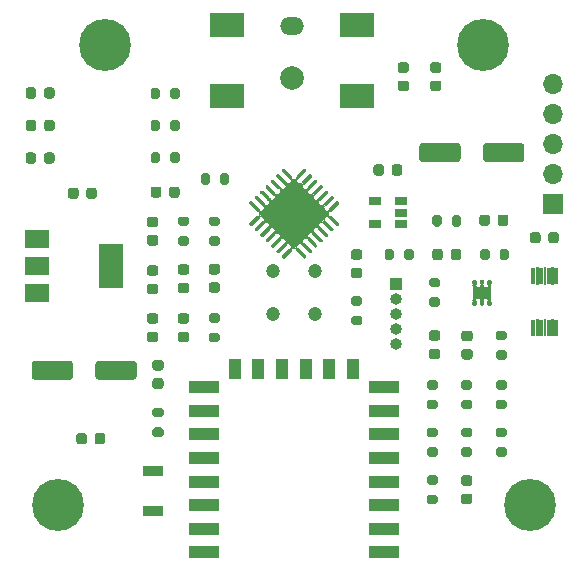
<source format=gbr>
G04 #@! TF.GenerationSoftware,KiCad,Pcbnew,5.1.9*
G04 #@! TF.CreationDate,2021-03-19T09:48:01+01:00*
G04 #@! TF.ProjectId,Y11025HL-WIFI,59313130-3235-4484-9c2d-574946492e6b,rev?*
G04 #@! TF.SameCoordinates,Original*
G04 #@! TF.FileFunction,Soldermask,Top*
G04 #@! TF.FilePolarity,Negative*
%FSLAX45Y45*%
G04 Gerber Fmt 4.5, Leading zero omitted, Abs format (unit mm)*
G04 Created by KiCad (PCBNEW 5.1.9) date 2021-03-19 09:48:01*
%MOMM*%
%LPD*%
G01*
G04 APERTURE LIST*
%ADD10C,1.200000*%
%ADD11R,1.000000X1.000000*%
%ADD12O,1.000000X1.000000*%
%ADD13R,1.060000X0.650000*%
%ADD14O,2.000000X1.500000*%
%ADD15C,2.000000*%
%ADD16R,3.000000X2.000000*%
%ADD17R,1.700000X0.900000*%
%ADD18R,2.500000X1.000000*%
%ADD19R,1.000000X1.800000*%
%ADD20R,0.450000X1.450000*%
%ADD21R,1.600000X1.000000*%
%ADD22R,2.000000X3.800000*%
%ADD23R,2.000000X1.500000*%
%ADD24C,4.400000*%
%ADD25R,1.700000X1.700000*%
%ADD26O,1.700000X1.700000*%
%ADD27C,0.100000*%
G04 APERTURE END LIST*
G36*
G01*
X10285343Y-9349638D02*
X10020178Y-9614803D01*
G75*
G02*
X9984822Y-9614803I-17678J17678D01*
G01*
X9719657Y-9349638D01*
G75*
G02*
X9719657Y-9314282I17678J17678D01*
G01*
X9984822Y-9049117D01*
G75*
G02*
X10020178Y-9049117I17678J-17678D01*
G01*
X10285343Y-9314282D01*
G75*
G02*
X10285343Y-9349638I-17678J-17678D01*
G01*
G37*
G36*
G01*
X10106798Y-9701423D02*
X10096192Y-9712030D01*
G75*
G02*
X10085585Y-9712030I-5303J5303D01*
G01*
X10023713Y-9650158D01*
G75*
G02*
X10023713Y-9639552I5303J5303D01*
G01*
X10034320Y-9628945D01*
G75*
G02*
X10044926Y-9628945I5303J-5303D01*
G01*
X10106798Y-9690817D01*
G75*
G02*
X10106798Y-9701423I-5303J-5303D01*
G01*
G37*
G36*
G01*
X10152760Y-9655461D02*
X10142154Y-9666068D01*
G75*
G02*
X10131547Y-9666068I-5303J5303D01*
G01*
X10069675Y-9604196D01*
G75*
G02*
X10069675Y-9593590I5303J5303D01*
G01*
X10080282Y-9582983D01*
G75*
G02*
X10090888Y-9582983I5303J-5303D01*
G01*
X10152760Y-9644855D01*
G75*
G02*
X10152760Y-9655461I-5303J-5303D01*
G01*
G37*
G36*
G01*
X10198722Y-9609499D02*
X10188116Y-9620106D01*
G75*
G02*
X10177509Y-9620106I-5303J5303D01*
G01*
X10115637Y-9558234D01*
G75*
G02*
X10115637Y-9547628I5303J5303D01*
G01*
X10126244Y-9537021D01*
G75*
G02*
X10136850Y-9537021I5303J-5303D01*
G01*
X10198722Y-9598893D01*
G75*
G02*
X10198722Y-9609499I-5303J-5303D01*
G01*
G37*
G36*
G01*
X10244684Y-9563537D02*
X10234077Y-9574144D01*
G75*
G02*
X10223471Y-9574144I-5303J5303D01*
G01*
X10161599Y-9512272D01*
G75*
G02*
X10161599Y-9501666I5303J5303D01*
G01*
X10172206Y-9491059D01*
G75*
G02*
X10182812Y-9491059I5303J-5303D01*
G01*
X10244684Y-9552931D01*
G75*
G02*
X10244684Y-9563537I-5303J-5303D01*
G01*
G37*
G36*
G01*
X10290646Y-9517576D02*
X10280039Y-9528182D01*
G75*
G02*
X10269433Y-9528182I-5303J5303D01*
G01*
X10207561Y-9466310D01*
G75*
G02*
X10207561Y-9455704I5303J5303D01*
G01*
X10218168Y-9445097D01*
G75*
G02*
X10228774Y-9445097I5303J-5303D01*
G01*
X10290646Y-9506969D01*
G75*
G02*
X10290646Y-9517576I-5303J-5303D01*
G01*
G37*
G36*
G01*
X10336608Y-9471614D02*
X10326001Y-9482220D01*
G75*
G02*
X10315395Y-9482220I-5303J5303D01*
G01*
X10253523Y-9420348D01*
G75*
G02*
X10253523Y-9409742I5303J5303D01*
G01*
X10264130Y-9399135D01*
G75*
G02*
X10274736Y-9399135I5303J-5303D01*
G01*
X10336608Y-9461007D01*
G75*
G02*
X10336608Y-9471614I-5303J-5303D01*
G01*
G37*
G36*
G01*
X10382570Y-9425652D02*
X10371963Y-9436258D01*
G75*
G02*
X10361357Y-9436258I-5303J5303D01*
G01*
X10299485Y-9374386D01*
G75*
G02*
X10299485Y-9363780I5303J5303D01*
G01*
X10310092Y-9353173D01*
G75*
G02*
X10320698Y-9353173I5303J-5303D01*
G01*
X10382570Y-9415045D01*
G75*
G02*
X10382570Y-9425652I-5303J-5303D01*
G01*
G37*
G36*
G01*
X10382570Y-9248875D02*
X10320698Y-9310747D01*
G75*
G02*
X10310092Y-9310747I-5303J5303D01*
G01*
X10299485Y-9300140D01*
G75*
G02*
X10299485Y-9289534I5303J5303D01*
G01*
X10361357Y-9227662D01*
G75*
G02*
X10371963Y-9227662I5303J-5303D01*
G01*
X10382570Y-9238268D01*
G75*
G02*
X10382570Y-9248875I-5303J-5303D01*
G01*
G37*
G36*
G01*
X10336608Y-9202913D02*
X10274736Y-9264785D01*
G75*
G02*
X10264130Y-9264785I-5303J5303D01*
G01*
X10253523Y-9254178D01*
G75*
G02*
X10253523Y-9243572I5303J5303D01*
G01*
X10315395Y-9181700D01*
G75*
G02*
X10326001Y-9181700I5303J-5303D01*
G01*
X10336608Y-9192306D01*
G75*
G02*
X10336608Y-9202913I-5303J-5303D01*
G01*
G37*
G36*
G01*
X10290646Y-9156951D02*
X10228774Y-9218823D01*
G75*
G02*
X10218168Y-9218823I-5303J5303D01*
G01*
X10207561Y-9208216D01*
G75*
G02*
X10207561Y-9197610I5303J5303D01*
G01*
X10269433Y-9135738D01*
G75*
G02*
X10280039Y-9135738I5303J-5303D01*
G01*
X10290646Y-9146345D01*
G75*
G02*
X10290646Y-9156951I-5303J-5303D01*
G01*
G37*
G36*
G01*
X10244684Y-9110989D02*
X10182812Y-9172861D01*
G75*
G02*
X10172206Y-9172861I-5303J5303D01*
G01*
X10161599Y-9162254D01*
G75*
G02*
X10161599Y-9151648I5303J5303D01*
G01*
X10223471Y-9089776D01*
G75*
G02*
X10234077Y-9089776I5303J-5303D01*
G01*
X10244684Y-9100383D01*
G75*
G02*
X10244684Y-9110989I-5303J-5303D01*
G01*
G37*
G36*
G01*
X10198722Y-9065027D02*
X10136850Y-9126899D01*
G75*
G02*
X10126244Y-9126899I-5303J5303D01*
G01*
X10115637Y-9116292D01*
G75*
G02*
X10115637Y-9105686I5303J5303D01*
G01*
X10177509Y-9043814D01*
G75*
G02*
X10188116Y-9043814I5303J-5303D01*
G01*
X10198722Y-9054421D01*
G75*
G02*
X10198722Y-9065027I-5303J-5303D01*
G01*
G37*
G36*
G01*
X10152760Y-9019065D02*
X10090888Y-9080937D01*
G75*
G02*
X10080282Y-9080937I-5303J5303D01*
G01*
X10069675Y-9070331D01*
G75*
G02*
X10069675Y-9059724I5303J5303D01*
G01*
X10131547Y-8997852D01*
G75*
G02*
X10142154Y-8997852I5303J-5303D01*
G01*
X10152760Y-9008459D01*
G75*
G02*
X10152760Y-9019065I-5303J-5303D01*
G01*
G37*
G36*
G01*
X10106798Y-8973103D02*
X10044926Y-9034975D01*
G75*
G02*
X10034320Y-9034975I-5303J5303D01*
G01*
X10023713Y-9024369D01*
G75*
G02*
X10023713Y-9013762I5303J5303D01*
G01*
X10085585Y-8951890D01*
G75*
G02*
X10096192Y-8951890I5303J-5303D01*
G01*
X10106798Y-8962497D01*
G75*
G02*
X10106798Y-8973103I-5303J-5303D01*
G01*
G37*
G36*
G01*
X9981287Y-9024369D02*
X9970680Y-9034975D01*
G75*
G02*
X9960074Y-9034975I-5303J5303D01*
G01*
X9898202Y-8973103D01*
G75*
G02*
X9898202Y-8962497I5303J5303D01*
G01*
X9908808Y-8951890D01*
G75*
G02*
X9919415Y-8951890I5303J-5303D01*
G01*
X9981287Y-9013762D01*
G75*
G02*
X9981287Y-9024369I-5303J-5303D01*
G01*
G37*
G36*
G01*
X9935325Y-9070331D02*
X9924718Y-9080937D01*
G75*
G02*
X9914112Y-9080937I-5303J5303D01*
G01*
X9852240Y-9019065D01*
G75*
G02*
X9852240Y-9008459I5303J5303D01*
G01*
X9862846Y-8997852D01*
G75*
G02*
X9873453Y-8997852I5303J-5303D01*
G01*
X9935325Y-9059724D01*
G75*
G02*
X9935325Y-9070331I-5303J-5303D01*
G01*
G37*
G36*
G01*
X9889363Y-9116292D02*
X9878756Y-9126899D01*
G75*
G02*
X9868150Y-9126899I-5303J5303D01*
G01*
X9806278Y-9065027D01*
G75*
G02*
X9806278Y-9054421I5303J5303D01*
G01*
X9816885Y-9043814D01*
G75*
G02*
X9827491Y-9043814I5303J-5303D01*
G01*
X9889363Y-9105686D01*
G75*
G02*
X9889363Y-9116292I-5303J-5303D01*
G01*
G37*
G36*
G01*
X9843401Y-9162254D02*
X9832794Y-9172861D01*
G75*
G02*
X9822188Y-9172861I-5303J5303D01*
G01*
X9760316Y-9110989D01*
G75*
G02*
X9760316Y-9100383I5303J5303D01*
G01*
X9770923Y-9089776D01*
G75*
G02*
X9781529Y-9089776I5303J-5303D01*
G01*
X9843401Y-9151648D01*
G75*
G02*
X9843401Y-9162254I-5303J-5303D01*
G01*
G37*
G36*
G01*
X9797439Y-9208216D02*
X9786832Y-9218823D01*
G75*
G02*
X9776226Y-9218823I-5303J5303D01*
G01*
X9714354Y-9156951D01*
G75*
G02*
X9714354Y-9146345I5303J5303D01*
G01*
X9724961Y-9135738D01*
G75*
G02*
X9735567Y-9135738I5303J-5303D01*
G01*
X9797439Y-9197610D01*
G75*
G02*
X9797439Y-9208216I-5303J-5303D01*
G01*
G37*
G36*
G01*
X9751477Y-9254178D02*
X9740871Y-9264785D01*
G75*
G02*
X9730264Y-9264785I-5303J5303D01*
G01*
X9668392Y-9202913D01*
G75*
G02*
X9668392Y-9192306I5303J5303D01*
G01*
X9678999Y-9181700D01*
G75*
G02*
X9689605Y-9181700I5303J-5303D01*
G01*
X9751477Y-9243572D01*
G75*
G02*
X9751477Y-9254178I-5303J-5303D01*
G01*
G37*
G36*
G01*
X9705515Y-9300140D02*
X9694909Y-9310747D01*
G75*
G02*
X9684302Y-9310747I-5303J5303D01*
G01*
X9622430Y-9248875D01*
G75*
G02*
X9622430Y-9238268I5303J5303D01*
G01*
X9633037Y-9227662D01*
G75*
G02*
X9643643Y-9227662I5303J-5303D01*
G01*
X9705515Y-9289534D01*
G75*
G02*
X9705515Y-9300140I-5303J-5303D01*
G01*
G37*
G36*
G01*
X9705515Y-9374386D02*
X9643643Y-9436258D01*
G75*
G02*
X9633037Y-9436258I-5303J5303D01*
G01*
X9622430Y-9425652D01*
G75*
G02*
X9622430Y-9415045I5303J5303D01*
G01*
X9684302Y-9353173D01*
G75*
G02*
X9694909Y-9353173I5303J-5303D01*
G01*
X9705515Y-9363780D01*
G75*
G02*
X9705515Y-9374386I-5303J-5303D01*
G01*
G37*
G36*
G01*
X9751477Y-9420348D02*
X9689605Y-9482220D01*
G75*
G02*
X9678999Y-9482220I-5303J5303D01*
G01*
X9668392Y-9471614D01*
G75*
G02*
X9668392Y-9461007I5303J5303D01*
G01*
X9730264Y-9399135D01*
G75*
G02*
X9740871Y-9399135I5303J-5303D01*
G01*
X9751477Y-9409742D01*
G75*
G02*
X9751477Y-9420348I-5303J-5303D01*
G01*
G37*
G36*
G01*
X9797439Y-9466310D02*
X9735567Y-9528182D01*
G75*
G02*
X9724961Y-9528182I-5303J5303D01*
G01*
X9714354Y-9517576D01*
G75*
G02*
X9714354Y-9506969I5303J5303D01*
G01*
X9776226Y-9445097D01*
G75*
G02*
X9786832Y-9445097I5303J-5303D01*
G01*
X9797439Y-9455704D01*
G75*
G02*
X9797439Y-9466310I-5303J-5303D01*
G01*
G37*
G36*
G01*
X9843401Y-9512272D02*
X9781529Y-9574144D01*
G75*
G02*
X9770923Y-9574144I-5303J5303D01*
G01*
X9760316Y-9563537D01*
G75*
G02*
X9760316Y-9552931I5303J5303D01*
G01*
X9822188Y-9491059D01*
G75*
G02*
X9832794Y-9491059I5303J-5303D01*
G01*
X9843401Y-9501666D01*
G75*
G02*
X9843401Y-9512272I-5303J-5303D01*
G01*
G37*
G36*
G01*
X9889363Y-9558234D02*
X9827491Y-9620106D01*
G75*
G02*
X9816885Y-9620106I-5303J5303D01*
G01*
X9806278Y-9609499D01*
G75*
G02*
X9806278Y-9598893I5303J5303D01*
G01*
X9868150Y-9537021D01*
G75*
G02*
X9878756Y-9537021I5303J-5303D01*
G01*
X9889363Y-9547628D01*
G75*
G02*
X9889363Y-9558234I-5303J-5303D01*
G01*
G37*
G36*
G01*
X9935325Y-9604196D02*
X9873453Y-9666068D01*
G75*
G02*
X9862846Y-9666068I-5303J5303D01*
G01*
X9852240Y-9655461D01*
G75*
G02*
X9852240Y-9644855I5303J5303D01*
G01*
X9914112Y-9582983D01*
G75*
G02*
X9924718Y-9582983I5303J-5303D01*
G01*
X9935325Y-9593590D01*
G75*
G02*
X9935325Y-9604196I-5303J-5303D01*
G01*
G37*
G36*
G01*
X9981287Y-9650158D02*
X9919415Y-9712030D01*
G75*
G02*
X9908808Y-9712030I-5303J5303D01*
G01*
X9898202Y-9701423D01*
G75*
G02*
X9898202Y-9690817I5303J5303D01*
G01*
X9960074Y-9628945D01*
G75*
G02*
X9970680Y-9628945I5303J-5303D01*
G01*
X9981287Y-9639552D01*
G75*
G02*
X9981287Y-9650158I-5303J-5303D01*
G01*
G37*
D10*
X9820395Y-9820395D03*
X9820395Y-10179605D03*
X10179605Y-10179605D03*
X10179605Y-9820395D03*
G36*
G01*
X8829265Y-10261600D02*
X8778015Y-10261600D01*
G75*
G02*
X8756140Y-10239725I0J21875D01*
G01*
X8756140Y-10195975D01*
G75*
G02*
X8778015Y-10174100I21875J0D01*
G01*
X8829265Y-10174100D01*
G75*
G02*
X8851140Y-10195975I0J-21875D01*
G01*
X8851140Y-10239725D01*
G75*
G02*
X8829265Y-10261600I-21875J0D01*
G01*
G37*
G36*
G01*
X8829265Y-10419100D02*
X8778015Y-10419100D01*
G75*
G02*
X8756140Y-10397225I0J21875D01*
G01*
X8756140Y-10353475D01*
G75*
G02*
X8778015Y-10331600I21875J0D01*
G01*
X8829265Y-10331600D01*
G75*
G02*
X8851140Y-10353475I0J-21875D01*
G01*
X8851140Y-10397225D01*
G75*
G02*
X8829265Y-10419100I-21875J0D01*
G01*
G37*
G36*
G01*
X9039635Y-10174100D02*
X9090885Y-10174100D01*
G75*
G02*
X9112760Y-10195975I0J-21875D01*
G01*
X9112760Y-10239725D01*
G75*
G02*
X9090885Y-10261600I-21875J0D01*
G01*
X9039635Y-10261600D01*
G75*
G02*
X9017760Y-10239725I0J21875D01*
G01*
X9017760Y-10195975D01*
G75*
G02*
X9039635Y-10174100I21875J0D01*
G01*
G37*
G36*
G01*
X9039635Y-10331600D02*
X9090885Y-10331600D01*
G75*
G02*
X9112760Y-10353475I0J-21875D01*
G01*
X9112760Y-10397225D01*
G75*
G02*
X9090885Y-10419100I-21875J0D01*
G01*
X9039635Y-10419100D01*
G75*
G02*
X9017760Y-10397225I0J21875D01*
G01*
X9017760Y-10353475D01*
G75*
G02*
X9039635Y-10331600I21875J0D01*
G01*
G37*
D11*
X10861000Y-9926320D03*
D12*
X10861000Y-10053320D03*
X10861000Y-10180320D03*
X10861000Y-10307320D03*
X10861000Y-10434320D03*
D13*
X10906800Y-9416800D03*
X10906800Y-9321800D03*
X10906800Y-9226800D03*
X10686800Y-9226800D03*
X10686800Y-9416800D03*
G36*
G01*
X10902100Y-8049920D02*
X10952100Y-8049920D01*
G75*
G02*
X10974600Y-8072420I0J-22500D01*
G01*
X10974600Y-8117420D01*
G75*
G02*
X10952100Y-8139920I-22500J0D01*
G01*
X10902100Y-8139920D01*
G75*
G02*
X10879600Y-8117420I0J22500D01*
G01*
X10879600Y-8072420D01*
G75*
G02*
X10902100Y-8049920I22500J0D01*
G01*
G37*
G36*
G01*
X10902100Y-8204920D02*
X10952100Y-8204920D01*
G75*
G02*
X10974600Y-8227420I0J-22500D01*
G01*
X10974600Y-8272420D01*
G75*
G02*
X10952100Y-8294920I-22500J0D01*
G01*
X10902100Y-8294920D01*
G75*
G02*
X10879600Y-8272420I0J22500D01*
G01*
X10879600Y-8227420D01*
G75*
G02*
X10902100Y-8204920I22500J0D01*
G01*
G37*
G36*
G01*
X11488000Y-11791300D02*
X11438000Y-11791300D01*
G75*
G02*
X11415500Y-11768800I0J22500D01*
G01*
X11415500Y-11723800D01*
G75*
G02*
X11438000Y-11701300I22500J0D01*
G01*
X11488000Y-11701300D01*
G75*
G02*
X11510500Y-11723800I0J-22500D01*
G01*
X11510500Y-11768800D01*
G75*
G02*
X11488000Y-11791300I-22500J0D01*
G01*
G37*
G36*
G01*
X11488000Y-11636300D02*
X11438000Y-11636300D01*
G75*
G02*
X11415500Y-11613800I0J22500D01*
G01*
X11415500Y-11568800D01*
G75*
G02*
X11438000Y-11546300I22500J0D01*
G01*
X11488000Y-11546300D01*
G75*
G02*
X11510500Y-11568800I0J-22500D01*
G01*
X11510500Y-11613800D01*
G75*
G02*
X11488000Y-11636300I-22500J0D01*
G01*
G37*
G36*
G01*
X11176400Y-8204920D02*
X11226400Y-8204920D01*
G75*
G02*
X11248900Y-8227420I0J-22500D01*
G01*
X11248900Y-8272420D01*
G75*
G02*
X11226400Y-8294920I-22500J0D01*
G01*
X11176400Y-8294920D01*
G75*
G02*
X11153900Y-8272420I0J22500D01*
G01*
X11153900Y-8227420D01*
G75*
G02*
X11176400Y-8204920I22500J0D01*
G01*
G37*
G36*
G01*
X11176400Y-8049920D02*
X11226400Y-8049920D01*
G75*
G02*
X11248900Y-8072420I0J-22500D01*
G01*
X11248900Y-8117420D01*
G75*
G02*
X11226400Y-8139920I-22500J0D01*
G01*
X11176400Y-8139920D01*
G75*
G02*
X11153900Y-8117420I0J22500D01*
G01*
X11153900Y-8072420D01*
G75*
G02*
X11176400Y-8049920I22500J0D01*
G01*
G37*
G36*
G01*
X11440600Y-10322000D02*
X11490600Y-10322000D01*
G75*
G02*
X11513100Y-10344500I0J-22500D01*
G01*
X11513100Y-10389500D01*
G75*
G02*
X11490600Y-10412000I-22500J0D01*
G01*
X11440600Y-10412000D01*
G75*
G02*
X11418100Y-10389500I0J22500D01*
G01*
X11418100Y-10344500D01*
G75*
G02*
X11440600Y-10322000I22500J0D01*
G01*
G37*
G36*
G01*
X11440600Y-10477000D02*
X11490600Y-10477000D01*
G75*
G02*
X11513100Y-10499500I0J-22500D01*
G01*
X11513100Y-10544500D01*
G75*
G02*
X11490600Y-10567000I-22500J0D01*
G01*
X11440600Y-10567000D01*
G75*
G02*
X11418100Y-10544500I0J22500D01*
G01*
X11418100Y-10499500D01*
G75*
G02*
X11440600Y-10477000I22500J0D01*
G01*
G37*
G36*
G01*
X11660400Y-9362840D02*
X11660400Y-9412840D01*
G75*
G02*
X11637900Y-9435340I-22500J0D01*
G01*
X11592900Y-9435340D01*
G75*
G02*
X11570400Y-9412840I0J22500D01*
G01*
X11570400Y-9362840D01*
G75*
G02*
X11592900Y-9340340I22500J0D01*
G01*
X11637900Y-9340340D01*
G75*
G02*
X11660400Y-9362840I0J-22500D01*
G01*
G37*
G36*
G01*
X11815400Y-9362840D02*
X11815400Y-9412840D01*
G75*
G02*
X11792900Y-9435340I-22500J0D01*
G01*
X11747900Y-9435340D01*
G75*
G02*
X11725400Y-9412840I0J22500D01*
G01*
X11725400Y-9362840D01*
G75*
G02*
X11747900Y-9340340I22500J0D01*
G01*
X11792900Y-9340340D01*
G75*
G02*
X11815400Y-9362840I0J-22500D01*
G01*
G37*
G36*
G01*
X8824360Y-10725000D02*
X8874360Y-10725000D01*
G75*
G02*
X8896860Y-10747500I0J-22500D01*
G01*
X8896860Y-10792500D01*
G75*
G02*
X8874360Y-10815000I-22500J0D01*
G01*
X8824360Y-10815000D01*
G75*
G02*
X8801860Y-10792500I0J22500D01*
G01*
X8801860Y-10747500D01*
G75*
G02*
X8824360Y-10725000I22500J0D01*
G01*
G37*
G36*
G01*
X8824360Y-10570000D02*
X8874360Y-10570000D01*
G75*
G02*
X8896860Y-10592500I0J-22500D01*
G01*
X8896860Y-10637500D01*
G75*
G02*
X8874360Y-10660000I-22500J0D01*
G01*
X8824360Y-10660000D01*
G75*
G02*
X8801860Y-10637500I0J22500D01*
G01*
X8801860Y-10592500D01*
G75*
G02*
X8824360Y-10570000I22500J0D01*
G01*
G37*
G36*
G01*
X12243400Y-9510160D02*
X12243400Y-9560160D01*
G75*
G02*
X12220900Y-9582660I-22500J0D01*
G01*
X12175900Y-9582660D01*
G75*
G02*
X12153400Y-9560160I0J22500D01*
G01*
X12153400Y-9510160D01*
G75*
G02*
X12175900Y-9487660I22500J0D01*
G01*
X12220900Y-9487660D01*
G75*
G02*
X12243400Y-9510160I0J-22500D01*
G01*
G37*
G36*
G01*
X12088400Y-9510160D02*
X12088400Y-9560160D01*
G75*
G02*
X12065900Y-9582660I-22500J0D01*
G01*
X12020900Y-9582660D01*
G75*
G02*
X11998400Y-9560160I0J22500D01*
G01*
X11998400Y-9510160D01*
G75*
G02*
X12020900Y-9487660I22500J0D01*
G01*
X12065900Y-9487660D01*
G75*
G02*
X12088400Y-9510160I0J-22500D01*
G01*
G37*
G36*
G01*
X8312900Y-11262000D02*
X8312900Y-11212000D01*
G75*
G02*
X8335400Y-11189500I22500J0D01*
G01*
X8380400Y-11189500D01*
G75*
G02*
X8402900Y-11212000I0J-22500D01*
G01*
X8402900Y-11262000D01*
G75*
G02*
X8380400Y-11284500I-22500J0D01*
G01*
X8335400Y-11284500D01*
G75*
G02*
X8312900Y-11262000I0J22500D01*
G01*
G37*
G36*
G01*
X8157900Y-11262000D02*
X8157900Y-11212000D01*
G75*
G02*
X8180400Y-11189500I22500J0D01*
G01*
X8225400Y-11189500D01*
G75*
G02*
X8247900Y-11212000I0J-22500D01*
G01*
X8247900Y-11262000D01*
G75*
G02*
X8225400Y-11284500I-22500J0D01*
G01*
X8180400Y-11284500D01*
G75*
G02*
X8157900Y-11262000I0J22500D01*
G01*
G37*
G36*
G01*
X11412000Y-8758800D02*
X11412000Y-8868800D01*
G75*
G02*
X11387000Y-8893800I-25000J0D01*
G01*
X11087000Y-8893800D01*
G75*
G02*
X11062000Y-8868800I0J25000D01*
G01*
X11062000Y-8758800D01*
G75*
G02*
X11087000Y-8733800I25000J0D01*
G01*
X11387000Y-8733800D01*
G75*
G02*
X11412000Y-8758800I0J-25000D01*
G01*
G37*
G36*
G01*
X11952000Y-8758800D02*
X11952000Y-8868800D01*
G75*
G02*
X11927000Y-8893800I-25000J0D01*
G01*
X11627000Y-8893800D01*
G75*
G02*
X11602000Y-8868800I0J25000D01*
G01*
X11602000Y-8758800D01*
G75*
G02*
X11627000Y-8733800I25000J0D01*
G01*
X11927000Y-8733800D01*
G75*
G02*
X11952000Y-8758800I0J-25000D01*
G01*
G37*
G36*
G01*
X8331780Y-9134240D02*
X8331780Y-9184240D01*
G75*
G02*
X8309280Y-9206740I-22500J0D01*
G01*
X8264280Y-9206740D01*
G75*
G02*
X8241780Y-9184240I0J22500D01*
G01*
X8241780Y-9134240D01*
G75*
G02*
X8264280Y-9111740I22500J0D01*
G01*
X8309280Y-9111740D01*
G75*
G02*
X8331780Y-9134240I0J-22500D01*
G01*
G37*
G36*
G01*
X8176780Y-9134240D02*
X8176780Y-9184240D01*
G75*
G02*
X8154280Y-9206740I-22500J0D01*
G01*
X8109280Y-9206740D01*
G75*
G02*
X8086780Y-9184240I0J22500D01*
G01*
X8086780Y-9134240D01*
G75*
G02*
X8109280Y-9111740I22500J0D01*
G01*
X8154280Y-9111740D01*
G75*
G02*
X8176780Y-9134240I0J-22500D01*
G01*
G37*
G36*
G01*
X7779520Y-10712800D02*
X7779520Y-10602800D01*
G75*
G02*
X7804520Y-10577800I25000J0D01*
G01*
X8104520Y-10577800D01*
G75*
G02*
X8129520Y-10602800I0J-25000D01*
G01*
X8129520Y-10712800D01*
G75*
G02*
X8104520Y-10737800I-25000J0D01*
G01*
X7804520Y-10737800D01*
G75*
G02*
X7779520Y-10712800I0J25000D01*
G01*
G37*
G36*
G01*
X8319520Y-10712800D02*
X8319520Y-10602800D01*
G75*
G02*
X8344520Y-10577800I25000J0D01*
G01*
X8644520Y-10577800D01*
G75*
G02*
X8669520Y-10602800I0J-25000D01*
G01*
X8669520Y-10712800D01*
G75*
G02*
X8644520Y-10737800I-25000J0D01*
G01*
X8344520Y-10737800D01*
G75*
G02*
X8319520Y-10712800I0J25000D01*
G01*
G37*
G36*
G01*
X7886130Y-8886225D02*
X7886130Y-8834975D01*
G75*
G02*
X7908005Y-8813100I21875J0D01*
G01*
X7951755Y-8813100D01*
G75*
G02*
X7973630Y-8834975I0J-21875D01*
G01*
X7973630Y-8886225D01*
G75*
G02*
X7951755Y-8908100I-21875J0D01*
G01*
X7908005Y-8908100D01*
G75*
G02*
X7886130Y-8886225I0J21875D01*
G01*
G37*
G36*
G01*
X7728630Y-8886225D02*
X7728630Y-8834975D01*
G75*
G02*
X7750505Y-8813100I21875J0D01*
G01*
X7794255Y-8813100D01*
G75*
G02*
X7816130Y-8834975I0J-21875D01*
G01*
X7816130Y-8886225D01*
G75*
G02*
X7794255Y-8908100I-21875J0D01*
G01*
X7750505Y-8908100D01*
G75*
G02*
X7728630Y-8886225I0J21875D01*
G01*
G37*
G36*
G01*
X7728630Y-8610825D02*
X7728630Y-8559575D01*
G75*
G02*
X7750505Y-8537700I21875J0D01*
G01*
X7794255Y-8537700D01*
G75*
G02*
X7816130Y-8559575I0J-21875D01*
G01*
X7816130Y-8610825D01*
G75*
G02*
X7794255Y-8632700I-21875J0D01*
G01*
X7750505Y-8632700D01*
G75*
G02*
X7728630Y-8610825I0J21875D01*
G01*
G37*
G36*
G01*
X7886130Y-8610825D02*
X7886130Y-8559575D01*
G75*
G02*
X7908005Y-8537700I21875J0D01*
G01*
X7951755Y-8537700D01*
G75*
G02*
X7973630Y-8559575I0J-21875D01*
G01*
X7973630Y-8610825D01*
G75*
G02*
X7951755Y-8632700I-21875J0D01*
G01*
X7908005Y-8632700D01*
G75*
G02*
X7886130Y-8610825I0J21875D01*
G01*
G37*
D14*
X9982200Y-7746560D03*
D15*
X9982200Y-8186560D03*
D16*
X10532200Y-7736560D03*
X10532200Y-8336560D03*
X9432200Y-8336560D03*
X9432200Y-7736560D03*
G36*
G01*
X11727600Y-10742400D02*
X11782600Y-10742400D01*
G75*
G02*
X11802600Y-10762400I0J-20000D01*
G01*
X11802600Y-10802400D01*
G75*
G02*
X11782600Y-10822400I-20000J0D01*
G01*
X11727600Y-10822400D01*
G75*
G02*
X11707600Y-10802400I0J20000D01*
G01*
X11707600Y-10762400D01*
G75*
G02*
X11727600Y-10742400I20000J0D01*
G01*
G37*
G36*
G01*
X11727600Y-10907400D02*
X11782600Y-10907400D01*
G75*
G02*
X11802600Y-10927400I0J-20000D01*
G01*
X11802600Y-10967400D01*
G75*
G02*
X11782600Y-10987400I-20000J0D01*
G01*
X11727600Y-10987400D01*
G75*
G02*
X11707600Y-10967400I0J20000D01*
G01*
X11707600Y-10927400D01*
G75*
G02*
X11727600Y-10907400I20000J0D01*
G01*
G37*
G36*
G01*
X11198400Y-11791300D02*
X11143400Y-11791300D01*
G75*
G02*
X11123400Y-11771300I0J20000D01*
G01*
X11123400Y-11731300D01*
G75*
G02*
X11143400Y-11711300I20000J0D01*
G01*
X11198400Y-11711300D01*
G75*
G02*
X11218400Y-11731300I0J-20000D01*
G01*
X11218400Y-11771300D01*
G75*
G02*
X11198400Y-11791300I-20000J0D01*
G01*
G37*
G36*
G01*
X11198400Y-11626300D02*
X11143400Y-11626300D01*
G75*
G02*
X11123400Y-11606300I0J20000D01*
G01*
X11123400Y-11566300D01*
G75*
G02*
X11143400Y-11546300I20000J0D01*
G01*
X11198400Y-11546300D01*
G75*
G02*
X11218400Y-11566300I0J-20000D01*
G01*
X11218400Y-11606300D01*
G75*
G02*
X11198400Y-11626300I-20000J0D01*
G01*
G37*
G36*
G01*
X11782600Y-11224900D02*
X11727600Y-11224900D01*
G75*
G02*
X11707600Y-11204900I0J20000D01*
G01*
X11707600Y-11164900D01*
G75*
G02*
X11727600Y-11144900I20000J0D01*
G01*
X11782600Y-11144900D01*
G75*
G02*
X11802600Y-11164900I0J-20000D01*
G01*
X11802600Y-11204900D01*
G75*
G02*
X11782600Y-11224900I-20000J0D01*
G01*
G37*
G36*
G01*
X11782600Y-11389900D02*
X11727600Y-11389900D01*
G75*
G02*
X11707600Y-11369900I0J20000D01*
G01*
X11707600Y-11329900D01*
G75*
G02*
X11727600Y-11309900I20000J0D01*
G01*
X11782600Y-11309900D01*
G75*
G02*
X11802600Y-11329900I0J-20000D01*
G01*
X11802600Y-11369900D01*
G75*
G02*
X11782600Y-11389900I-20000J0D01*
G01*
G37*
G36*
G01*
X11782600Y-10567000D02*
X11727600Y-10567000D01*
G75*
G02*
X11707600Y-10547000I0J20000D01*
G01*
X11707600Y-10507000D01*
G75*
G02*
X11727600Y-10487000I20000J0D01*
G01*
X11782600Y-10487000D01*
G75*
G02*
X11802600Y-10507000I0J-20000D01*
G01*
X11802600Y-10547000D01*
G75*
G02*
X11782600Y-10567000I-20000J0D01*
G01*
G37*
G36*
G01*
X11782600Y-10402000D02*
X11727600Y-10402000D01*
G75*
G02*
X11707600Y-10382000I0J20000D01*
G01*
X11707600Y-10342000D01*
G75*
G02*
X11727600Y-10322000I20000J0D01*
G01*
X11782600Y-10322000D01*
G75*
G02*
X11802600Y-10342000I0J-20000D01*
G01*
X11802600Y-10382000D01*
G75*
G02*
X11782600Y-10402000I-20000J0D01*
G01*
G37*
G36*
G01*
X8821860Y-11141100D02*
X8876860Y-11141100D01*
G75*
G02*
X8896860Y-11161100I0J-20000D01*
G01*
X8896860Y-11201100D01*
G75*
G02*
X8876860Y-11221100I-20000J0D01*
G01*
X8821860Y-11221100D01*
G75*
G02*
X8801860Y-11201100I0J20000D01*
G01*
X8801860Y-11161100D01*
G75*
G02*
X8821860Y-11141100I20000J0D01*
G01*
G37*
G36*
G01*
X8821860Y-10976100D02*
X8876860Y-10976100D01*
G75*
G02*
X8896860Y-10996100I0J-20000D01*
G01*
X8896860Y-11036100D01*
G75*
G02*
X8876860Y-11056100I-20000J0D01*
G01*
X8821860Y-11056100D01*
G75*
G02*
X8801860Y-11036100I0J20000D01*
G01*
X8801860Y-10996100D01*
G75*
G02*
X8821860Y-10976100I20000J0D01*
G01*
G37*
G36*
G01*
X11576700Y-9704900D02*
X11576700Y-9649900D01*
G75*
G02*
X11596700Y-9629900I20000J0D01*
G01*
X11636700Y-9629900D01*
G75*
G02*
X11656700Y-9649900I0J-20000D01*
G01*
X11656700Y-9704900D01*
G75*
G02*
X11636700Y-9724900I-20000J0D01*
G01*
X11596700Y-9724900D01*
G75*
G02*
X11576700Y-9704900I0J20000D01*
G01*
G37*
G36*
G01*
X11741700Y-9704900D02*
X11741700Y-9649900D01*
G75*
G02*
X11761700Y-9629900I20000J0D01*
G01*
X11801700Y-9629900D01*
G75*
G02*
X11821700Y-9649900I0J-20000D01*
G01*
X11821700Y-9704900D01*
G75*
G02*
X11801700Y-9724900I-20000J0D01*
G01*
X11761700Y-9724900D01*
G75*
G02*
X11741700Y-9704900I0J20000D01*
G01*
G37*
G36*
G01*
X11336600Y-9420420D02*
X11336600Y-9365420D01*
G75*
G02*
X11356600Y-9345420I20000J0D01*
G01*
X11396600Y-9345420D01*
G75*
G02*
X11416600Y-9365420I0J-20000D01*
G01*
X11416600Y-9420420D01*
G75*
G02*
X11396600Y-9440420I-20000J0D01*
G01*
X11356600Y-9440420D01*
G75*
G02*
X11336600Y-9420420I0J20000D01*
G01*
G37*
G36*
G01*
X11171600Y-9420420D02*
X11171600Y-9365420D01*
G75*
G02*
X11191600Y-9345420I20000J0D01*
G01*
X11231600Y-9345420D01*
G75*
G02*
X11251600Y-9365420I0J-20000D01*
G01*
X11251600Y-9420420D01*
G75*
G02*
X11231600Y-9440420I-20000J0D01*
G01*
X11191600Y-9440420D01*
G75*
G02*
X11171600Y-9420420I0J20000D01*
G01*
G37*
G36*
G01*
X11198400Y-10822400D02*
X11143400Y-10822400D01*
G75*
G02*
X11123400Y-10802400I0J20000D01*
G01*
X11123400Y-10762400D01*
G75*
G02*
X11143400Y-10742400I20000J0D01*
G01*
X11198400Y-10742400D01*
G75*
G02*
X11218400Y-10762400I0J-20000D01*
G01*
X11218400Y-10802400D01*
G75*
G02*
X11198400Y-10822400I-20000J0D01*
G01*
G37*
G36*
G01*
X11198400Y-10987400D02*
X11143400Y-10987400D01*
G75*
G02*
X11123400Y-10967400I0J20000D01*
G01*
X11123400Y-10927400D01*
G75*
G02*
X11143400Y-10907400I20000J0D01*
G01*
X11198400Y-10907400D01*
G75*
G02*
X11218400Y-10927400I0J-20000D01*
G01*
X11218400Y-10967400D01*
G75*
G02*
X11198400Y-10987400I-20000J0D01*
G01*
G37*
G36*
G01*
X11143400Y-11144300D02*
X11198400Y-11144300D01*
G75*
G02*
X11218400Y-11164300I0J-20000D01*
G01*
X11218400Y-11204300D01*
G75*
G02*
X11198400Y-11224300I-20000J0D01*
G01*
X11143400Y-11224300D01*
G75*
G02*
X11123400Y-11204300I0J20000D01*
G01*
X11123400Y-11164300D01*
G75*
G02*
X11143400Y-11144300I20000J0D01*
G01*
G37*
G36*
G01*
X11143400Y-11309300D02*
X11198400Y-11309300D01*
G75*
G02*
X11218400Y-11329300I0J-20000D01*
G01*
X11218400Y-11369300D01*
G75*
G02*
X11198400Y-11389300I-20000J0D01*
G01*
X11143400Y-11389300D01*
G75*
G02*
X11123400Y-11369300I0J20000D01*
G01*
X11123400Y-11329300D01*
G75*
G02*
X11143400Y-11309300I20000J0D01*
G01*
G37*
G36*
G01*
X9032820Y-8829100D02*
X9032820Y-8884100D01*
G75*
G02*
X9012820Y-8904100I-20000J0D01*
G01*
X8972820Y-8904100D01*
G75*
G02*
X8952820Y-8884100I0J20000D01*
G01*
X8952820Y-8829100D01*
G75*
G02*
X8972820Y-8809100I20000J0D01*
G01*
X9012820Y-8809100D01*
G75*
G02*
X9032820Y-8829100I0J-20000D01*
G01*
G37*
G36*
G01*
X8867820Y-8829100D02*
X8867820Y-8884100D01*
G75*
G02*
X8847820Y-8904100I-20000J0D01*
G01*
X8807820Y-8904100D01*
G75*
G02*
X8787820Y-8884100I0J20000D01*
G01*
X8787820Y-8829100D01*
G75*
G02*
X8807820Y-8809100I20000J0D01*
G01*
X8847820Y-8809100D01*
G75*
G02*
X8867820Y-8829100I0J-20000D01*
G01*
G37*
G36*
G01*
X8867820Y-8557700D02*
X8867820Y-8612700D01*
G75*
G02*
X8847820Y-8632700I-20000J0D01*
G01*
X8807820Y-8632700D01*
G75*
G02*
X8787820Y-8612700I0J20000D01*
G01*
X8787820Y-8557700D01*
G75*
G02*
X8807820Y-8537700I20000J0D01*
G01*
X8847820Y-8537700D01*
G75*
G02*
X8867820Y-8557700I0J-20000D01*
G01*
G37*
G36*
G01*
X9032820Y-8557700D02*
X9032820Y-8612700D01*
G75*
G02*
X9012820Y-8632700I-20000J0D01*
G01*
X8972820Y-8632700D01*
G75*
G02*
X8952820Y-8612700I0J20000D01*
G01*
X8952820Y-8557700D01*
G75*
G02*
X8972820Y-8537700I20000J0D01*
G01*
X9012820Y-8537700D01*
G75*
G02*
X9032820Y-8557700I0J-20000D01*
G01*
G37*
G36*
G01*
X9374460Y-9064820D02*
X9374460Y-9009820D01*
G75*
G02*
X9394460Y-8989820I20000J0D01*
G01*
X9434460Y-8989820D01*
G75*
G02*
X9454460Y-9009820I0J-20000D01*
G01*
X9454460Y-9064820D01*
G75*
G02*
X9434460Y-9084820I-20000J0D01*
G01*
X9394460Y-9084820D01*
G75*
G02*
X9374460Y-9064820I0J20000D01*
G01*
G37*
G36*
G01*
X9209460Y-9064820D02*
X9209460Y-9009820D01*
G75*
G02*
X9229460Y-8989820I20000J0D01*
G01*
X9269460Y-8989820D01*
G75*
G02*
X9289460Y-9009820I0J-20000D01*
G01*
X9289460Y-9064820D01*
G75*
G02*
X9269460Y-9084820I-20000J0D01*
G01*
X9229460Y-9084820D01*
G75*
G02*
X9209460Y-9064820I0J20000D01*
G01*
G37*
G36*
G01*
X11435500Y-10742400D02*
X11490500Y-10742400D01*
G75*
G02*
X11510500Y-10762400I0J-20000D01*
G01*
X11510500Y-10802400D01*
G75*
G02*
X11490500Y-10822400I-20000J0D01*
G01*
X11435500Y-10822400D01*
G75*
G02*
X11415500Y-10802400I0J20000D01*
G01*
X11415500Y-10762400D01*
G75*
G02*
X11435500Y-10742400I20000J0D01*
G01*
G37*
G36*
G01*
X11435500Y-10907400D02*
X11490500Y-10907400D01*
G75*
G02*
X11510500Y-10927400I0J-20000D01*
G01*
X11510500Y-10967400D01*
G75*
G02*
X11490500Y-10987400I-20000J0D01*
G01*
X11435500Y-10987400D01*
G75*
G02*
X11415500Y-10967400I0J20000D01*
G01*
X11415500Y-10927400D01*
G75*
G02*
X11435500Y-10907400I20000J0D01*
G01*
G37*
G36*
G01*
X11435500Y-11309300D02*
X11490500Y-11309300D01*
G75*
G02*
X11510500Y-11329300I0J-20000D01*
G01*
X11510500Y-11369300D01*
G75*
G02*
X11490500Y-11389300I-20000J0D01*
G01*
X11435500Y-11389300D01*
G75*
G02*
X11415500Y-11369300I0J20000D01*
G01*
X11415500Y-11329300D01*
G75*
G02*
X11435500Y-11309300I20000J0D01*
G01*
G37*
G36*
G01*
X11435500Y-11144300D02*
X11490500Y-11144300D01*
G75*
G02*
X11510500Y-11164300I0J-20000D01*
G01*
X11510500Y-11204300D01*
G75*
G02*
X11490500Y-11224300I-20000J0D01*
G01*
X11435500Y-11224300D01*
G75*
G02*
X11415500Y-11204300I0J20000D01*
G01*
X11415500Y-11164300D01*
G75*
G02*
X11435500Y-11144300I20000J0D01*
G01*
G37*
D17*
X8803640Y-11848900D03*
X8803640Y-11508900D03*
D18*
X10760000Y-12200000D03*
X10760000Y-12000000D03*
X10760000Y-11800000D03*
X10760000Y-11600000D03*
X10760000Y-11400000D03*
X10760000Y-11200000D03*
X10760000Y-11000000D03*
X10760000Y-10800000D03*
D19*
X10500000Y-10650000D03*
X10300000Y-10650000D03*
X10100000Y-10650000D03*
X9900000Y-10650000D03*
X9700000Y-10650000D03*
X9500000Y-10650000D03*
D18*
X9240000Y-10800000D03*
X9240000Y-11000000D03*
X9240000Y-11200000D03*
X9240000Y-11400000D03*
X9240000Y-11600000D03*
X9240000Y-11800000D03*
X9240000Y-12000000D03*
X9240000Y-12200000D03*
D20*
X12223500Y-9858700D03*
X12158500Y-9858700D03*
X12093500Y-9858700D03*
X12028500Y-9858700D03*
X12028500Y-10298700D03*
X12093500Y-10298700D03*
X12158500Y-10298700D03*
X12223500Y-10298700D03*
G36*
G01*
X11646975Y-9895000D02*
X11668225Y-9895000D01*
G75*
G02*
X11677600Y-9904375I0J-9375D01*
G01*
X11677600Y-9923125D01*
G75*
G02*
X11668225Y-9932500I-9375J0D01*
G01*
X11646975Y-9932500D01*
G75*
G02*
X11637600Y-9923125I0J9375D01*
G01*
X11637600Y-9904375D01*
G75*
G02*
X11646975Y-9895000I9375J0D01*
G01*
G37*
G36*
G01*
X11581975Y-9895000D02*
X11603225Y-9895000D01*
G75*
G02*
X11612600Y-9904375I0J-9375D01*
G01*
X11612600Y-9923125D01*
G75*
G02*
X11603225Y-9932500I-9375J0D01*
G01*
X11581975Y-9932500D01*
G75*
G02*
X11572600Y-9923125I0J9375D01*
G01*
X11572600Y-9904375D01*
G75*
G02*
X11581975Y-9895000I9375J0D01*
G01*
G37*
G36*
G01*
X11516975Y-9895000D02*
X11538225Y-9895000D01*
G75*
G02*
X11547600Y-9904375I0J-9375D01*
G01*
X11547600Y-9923125D01*
G75*
G02*
X11538225Y-9932500I-9375J0D01*
G01*
X11516975Y-9932500D01*
G75*
G02*
X11507600Y-9923125I0J9375D01*
G01*
X11507600Y-9904375D01*
G75*
G02*
X11516975Y-9895000I9375J0D01*
G01*
G37*
G36*
G01*
X11516975Y-10072500D02*
X11538225Y-10072500D01*
G75*
G02*
X11547600Y-10081875I0J-9375D01*
G01*
X11547600Y-10100625D01*
G75*
G02*
X11538225Y-10110000I-9375J0D01*
G01*
X11516975Y-10110000D01*
G75*
G02*
X11507600Y-10100625I0J9375D01*
G01*
X11507600Y-10081875D01*
G75*
G02*
X11516975Y-10072500I9375J0D01*
G01*
G37*
G36*
G01*
X11581975Y-10072500D02*
X11603225Y-10072500D01*
G75*
G02*
X11612600Y-10081875I0J-9375D01*
G01*
X11612600Y-10100625D01*
G75*
G02*
X11603225Y-10110000I-9375J0D01*
G01*
X11581975Y-10110000D01*
G75*
G02*
X11572600Y-10100625I0J9375D01*
G01*
X11572600Y-10081875D01*
G75*
G02*
X11581975Y-10072500I9375J0D01*
G01*
G37*
G36*
G01*
X11646975Y-10072500D02*
X11668225Y-10072500D01*
G75*
G02*
X11677600Y-10081875I0J-9375D01*
G01*
X11677600Y-10100625D01*
G75*
G02*
X11668225Y-10110000I-9375J0D01*
G01*
X11646975Y-10110000D01*
G75*
G02*
X11637600Y-10100625I0J9375D01*
G01*
X11637600Y-10081875D01*
G75*
G02*
X11646975Y-10072500I9375J0D01*
G01*
G37*
D21*
X11592600Y-10002500D03*
D22*
X8453160Y-9773920D03*
D23*
X7823160Y-9773920D03*
X7823160Y-10003920D03*
X7823160Y-9543920D03*
G36*
G01*
X8828640Y-9446780D02*
X8778640Y-9446780D01*
G75*
G02*
X8756140Y-9424280I0J22500D01*
G01*
X8756140Y-9379280D01*
G75*
G02*
X8778640Y-9356780I22500J0D01*
G01*
X8828640Y-9356780D01*
G75*
G02*
X8851140Y-9379280I0J-22500D01*
G01*
X8851140Y-9424280D01*
G75*
G02*
X8828640Y-9446780I-22500J0D01*
G01*
G37*
G36*
G01*
X8828640Y-9601780D02*
X8778640Y-9601780D01*
G75*
G02*
X8756140Y-9579280I0J22500D01*
G01*
X8756140Y-9534280D01*
G75*
G02*
X8778640Y-9511780I22500J0D01*
G01*
X8828640Y-9511780D01*
G75*
G02*
X8851140Y-9534280I0J-22500D01*
G01*
X8851140Y-9579280D01*
G75*
G02*
X8828640Y-9601780I-22500J0D01*
G01*
G37*
G36*
G01*
X8787820Y-9174080D02*
X8787820Y-9124080D01*
G75*
G02*
X8810320Y-9101580I22500J0D01*
G01*
X8855320Y-9101580D01*
G75*
G02*
X8877820Y-9124080I0J-22500D01*
G01*
X8877820Y-9174080D01*
G75*
G02*
X8855320Y-9196580I-22500J0D01*
G01*
X8810320Y-9196580D01*
G75*
G02*
X8787820Y-9174080I0J22500D01*
G01*
G37*
G36*
G01*
X8942820Y-9174080D02*
X8942820Y-9124080D01*
G75*
G02*
X8965320Y-9101580I22500J0D01*
G01*
X9010320Y-9101580D01*
G75*
G02*
X9032820Y-9124080I0J-22500D01*
G01*
X9032820Y-9174080D01*
G75*
G02*
X9010320Y-9196580I-22500J0D01*
G01*
X8965320Y-9196580D01*
G75*
G02*
X8942820Y-9174080I0J22500D01*
G01*
G37*
G36*
G01*
X9351880Y-10001800D02*
X9301880Y-10001800D01*
G75*
G02*
X9279380Y-9979300I0J22500D01*
G01*
X9279380Y-9934300D01*
G75*
G02*
X9301880Y-9911800I22500J0D01*
G01*
X9351880Y-9911800D01*
G75*
G02*
X9374380Y-9934300I0J-22500D01*
G01*
X9374380Y-9979300D01*
G75*
G02*
X9351880Y-10001800I-22500J0D01*
G01*
G37*
G36*
G01*
X9351880Y-9846800D02*
X9301880Y-9846800D01*
G75*
G02*
X9279380Y-9824300I0J22500D01*
G01*
X9279380Y-9779300D01*
G75*
G02*
X9301880Y-9756800I22500J0D01*
G01*
X9351880Y-9756800D01*
G75*
G02*
X9374380Y-9779300I0J-22500D01*
G01*
X9374380Y-9824300D01*
G75*
G02*
X9351880Y-9846800I-22500J0D01*
G01*
G37*
G36*
G01*
X9090260Y-9849400D02*
X9040260Y-9849400D01*
G75*
G02*
X9017760Y-9826900I0J22500D01*
G01*
X9017760Y-9781900D01*
G75*
G02*
X9040260Y-9759400I22500J0D01*
G01*
X9090260Y-9759400D01*
G75*
G02*
X9112760Y-9781900I0J-22500D01*
G01*
X9112760Y-9826900D01*
G75*
G02*
X9090260Y-9849400I-22500J0D01*
G01*
G37*
G36*
G01*
X9090260Y-10004400D02*
X9040260Y-10004400D01*
G75*
G02*
X9017760Y-9981900I0J22500D01*
G01*
X9017760Y-9936900D01*
G75*
G02*
X9040260Y-9914400I22500J0D01*
G01*
X9090260Y-9914400D01*
G75*
G02*
X9112760Y-9936900I0J-22500D01*
G01*
X9112760Y-9981900D01*
G75*
G02*
X9090260Y-10004400I-22500J0D01*
G01*
G37*
G36*
G01*
X11166200Y-10473200D02*
X11216200Y-10473200D01*
G75*
G02*
X11238700Y-10495700I0J-22500D01*
G01*
X11238700Y-10540700D01*
G75*
G02*
X11216200Y-10563200I-22500J0D01*
G01*
X11166200Y-10563200D01*
G75*
G02*
X11143700Y-10540700I0J22500D01*
G01*
X11143700Y-10495700D01*
G75*
G02*
X11166200Y-10473200I22500J0D01*
G01*
G37*
G36*
G01*
X11166200Y-10318200D02*
X11216200Y-10318200D01*
G75*
G02*
X11238700Y-10340700I0J-22500D01*
G01*
X11238700Y-10385700D01*
G75*
G02*
X11216200Y-10408200I-22500J0D01*
G01*
X11166200Y-10408200D01*
G75*
G02*
X11143700Y-10385700I0J22500D01*
G01*
X11143700Y-10340700D01*
G75*
G02*
X11166200Y-10318200I22500J0D01*
G01*
G37*
G36*
G01*
X8828640Y-10012960D02*
X8778640Y-10012960D01*
G75*
G02*
X8756140Y-9990460I0J22500D01*
G01*
X8756140Y-9945460D01*
G75*
G02*
X8778640Y-9922960I22500J0D01*
G01*
X8828640Y-9922960D01*
G75*
G02*
X8851140Y-9945460I0J-22500D01*
G01*
X8851140Y-9990460D01*
G75*
G02*
X8828640Y-10012960I-22500J0D01*
G01*
G37*
G36*
G01*
X8828640Y-9857960D02*
X8778640Y-9857960D01*
G75*
G02*
X8756140Y-9835460I0J22500D01*
G01*
X8756140Y-9790460D01*
G75*
G02*
X8778640Y-9767960I22500J0D01*
G01*
X8828640Y-9767960D01*
G75*
G02*
X8851140Y-9790460I0J-22500D01*
G01*
X8851140Y-9835460D01*
G75*
G02*
X8828640Y-9857960I-22500J0D01*
G01*
G37*
G36*
G01*
X11416600Y-9652400D02*
X11416600Y-9702400D01*
G75*
G02*
X11394100Y-9724900I-22500J0D01*
G01*
X11349100Y-9724900D01*
G75*
G02*
X11326600Y-9702400I0J22500D01*
G01*
X11326600Y-9652400D01*
G75*
G02*
X11349100Y-9629900I22500J0D01*
G01*
X11394100Y-9629900D01*
G75*
G02*
X11416600Y-9652400I0J-22500D01*
G01*
G37*
G36*
G01*
X11261600Y-9652400D02*
X11261600Y-9702400D01*
G75*
G02*
X11239100Y-9724900I-22500J0D01*
G01*
X11194100Y-9724900D01*
G75*
G02*
X11171600Y-9702400I0J22500D01*
G01*
X11171600Y-9652400D01*
G75*
G02*
X11194100Y-9629900I22500J0D01*
G01*
X11239100Y-9629900D01*
G75*
G02*
X11261600Y-9652400I0J-22500D01*
G01*
G37*
G36*
G01*
X10673800Y-8986120D02*
X10673800Y-8936120D01*
G75*
G02*
X10696300Y-8913620I22500J0D01*
G01*
X10741300Y-8913620D01*
G75*
G02*
X10763800Y-8936120I0J-22500D01*
G01*
X10763800Y-8986120D01*
G75*
G02*
X10741300Y-9008620I-22500J0D01*
G01*
X10696300Y-9008620D01*
G75*
G02*
X10673800Y-8986120I0J22500D01*
G01*
G37*
G36*
G01*
X10828800Y-8986120D02*
X10828800Y-8936120D01*
G75*
G02*
X10851300Y-8913620I22500J0D01*
G01*
X10896300Y-8913620D01*
G75*
G02*
X10918800Y-8936120I0J-22500D01*
G01*
X10918800Y-8986120D01*
G75*
G02*
X10896300Y-9008620I-22500J0D01*
G01*
X10851300Y-9008620D01*
G75*
G02*
X10828800Y-8986120I0J22500D01*
G01*
G37*
G36*
G01*
X10555800Y-9722400D02*
X10505800Y-9722400D01*
G75*
G02*
X10483300Y-9699900I0J22500D01*
G01*
X10483300Y-9654900D01*
G75*
G02*
X10505800Y-9632400I22500J0D01*
G01*
X10555800Y-9632400D01*
G75*
G02*
X10578300Y-9654900I0J-22500D01*
G01*
X10578300Y-9699900D01*
G75*
G02*
X10555800Y-9722400I-22500J0D01*
G01*
G37*
G36*
G01*
X10555800Y-9877400D02*
X10505800Y-9877400D01*
G75*
G02*
X10483300Y-9854900I0J22500D01*
G01*
X10483300Y-9809900D01*
G75*
G02*
X10505800Y-9787400I22500J0D01*
G01*
X10555800Y-9787400D01*
G75*
G02*
X10578300Y-9809900I0J-22500D01*
G01*
X10578300Y-9854900D01*
G75*
G02*
X10555800Y-9877400I-22500J0D01*
G01*
G37*
G36*
G01*
X7728630Y-8335425D02*
X7728630Y-8284175D01*
G75*
G02*
X7750505Y-8262300I21875J0D01*
G01*
X7794255Y-8262300D01*
G75*
G02*
X7816130Y-8284175I0J-21875D01*
G01*
X7816130Y-8335425D01*
G75*
G02*
X7794255Y-8357300I-21875J0D01*
G01*
X7750505Y-8357300D01*
G75*
G02*
X7728630Y-8335425I0J21875D01*
G01*
G37*
G36*
G01*
X7886130Y-8335425D02*
X7886130Y-8284175D01*
G75*
G02*
X7908005Y-8262300I21875J0D01*
G01*
X7951755Y-8262300D01*
G75*
G02*
X7973630Y-8284175I0J-21875D01*
G01*
X7973630Y-8335425D01*
G75*
G02*
X7951755Y-8357300I-21875J0D01*
G01*
X7908005Y-8357300D01*
G75*
G02*
X7886130Y-8335425I0J21875D01*
G01*
G37*
G36*
G01*
X9037760Y-9521780D02*
X9092760Y-9521780D01*
G75*
G02*
X9112760Y-9541780I0J-20000D01*
G01*
X9112760Y-9581780D01*
G75*
G02*
X9092760Y-9601780I-20000J0D01*
G01*
X9037760Y-9601780D01*
G75*
G02*
X9017760Y-9581780I0J20000D01*
G01*
X9017760Y-9541780D01*
G75*
G02*
X9037760Y-9521780I20000J0D01*
G01*
G37*
G36*
G01*
X9037760Y-9356780D02*
X9092760Y-9356780D01*
G75*
G02*
X9112760Y-9376780I0J-20000D01*
G01*
X9112760Y-9416780D01*
G75*
G02*
X9092760Y-9436780I-20000J0D01*
G01*
X9037760Y-9436780D01*
G75*
G02*
X9017760Y-9416780I0J20000D01*
G01*
X9017760Y-9376780D01*
G75*
G02*
X9037760Y-9356780I20000J0D01*
G01*
G37*
G36*
G01*
X11163700Y-9874940D02*
X11218700Y-9874940D01*
G75*
G02*
X11238700Y-9894940I0J-20000D01*
G01*
X11238700Y-9934940D01*
G75*
G02*
X11218700Y-9954940I-20000J0D01*
G01*
X11163700Y-9954940D01*
G75*
G02*
X11143700Y-9934940I0J20000D01*
G01*
X11143700Y-9894940D01*
G75*
G02*
X11163700Y-9874940I20000J0D01*
G01*
G37*
G36*
G01*
X11163700Y-10039940D02*
X11218700Y-10039940D01*
G75*
G02*
X11238700Y-10059940I0J-20000D01*
G01*
X11238700Y-10099940D01*
G75*
G02*
X11218700Y-10119940I-20000J0D01*
G01*
X11163700Y-10119940D01*
G75*
G02*
X11143700Y-10099940I0J20000D01*
G01*
X11143700Y-10059940D01*
G75*
G02*
X11163700Y-10039940I20000J0D01*
G01*
G37*
G36*
G01*
X9354380Y-9436780D02*
X9299380Y-9436780D01*
G75*
G02*
X9279380Y-9416780I0J20000D01*
G01*
X9279380Y-9376780D01*
G75*
G02*
X9299380Y-9356780I20000J0D01*
G01*
X9354380Y-9356780D01*
G75*
G02*
X9374380Y-9376780I0J-20000D01*
G01*
X9374380Y-9416780D01*
G75*
G02*
X9354380Y-9436780I-20000J0D01*
G01*
G37*
G36*
G01*
X9354380Y-9601780D02*
X9299380Y-9601780D01*
G75*
G02*
X9279380Y-9581780I0J20000D01*
G01*
X9279380Y-9541780D01*
G75*
G02*
X9299380Y-9521780I20000J0D01*
G01*
X9354380Y-9521780D01*
G75*
G02*
X9374380Y-9541780I0J-20000D01*
G01*
X9374380Y-9581780D01*
G75*
G02*
X9354380Y-9601780I-20000J0D01*
G01*
G37*
G36*
G01*
X8952820Y-8341300D02*
X8952820Y-8286300D01*
G75*
G02*
X8972820Y-8266300I20000J0D01*
G01*
X9012820Y-8266300D01*
G75*
G02*
X9032820Y-8286300I0J-20000D01*
G01*
X9032820Y-8341300D01*
G75*
G02*
X9012820Y-8361300I-20000J0D01*
G01*
X8972820Y-8361300D01*
G75*
G02*
X8952820Y-8341300I0J20000D01*
G01*
G37*
G36*
G01*
X8787820Y-8341300D02*
X8787820Y-8286300D01*
G75*
G02*
X8807820Y-8266300I20000J0D01*
G01*
X8847820Y-8266300D01*
G75*
G02*
X8867820Y-8286300I0J-20000D01*
G01*
X8867820Y-8341300D01*
G75*
G02*
X8847820Y-8361300I-20000J0D01*
G01*
X8807820Y-8361300D01*
G75*
G02*
X8787820Y-8341300I0J20000D01*
G01*
G37*
G36*
G01*
X9299380Y-10174100D02*
X9354380Y-10174100D01*
G75*
G02*
X9374380Y-10194100I0J-20000D01*
G01*
X9374380Y-10234100D01*
G75*
G02*
X9354380Y-10254100I-20000J0D01*
G01*
X9299380Y-10254100D01*
G75*
G02*
X9279380Y-10234100I0J20000D01*
G01*
X9279380Y-10194100D01*
G75*
G02*
X9299380Y-10174100I20000J0D01*
G01*
G37*
G36*
G01*
X9299380Y-10339100D02*
X9354380Y-10339100D01*
G75*
G02*
X9374380Y-10359100I0J-20000D01*
G01*
X9374380Y-10399100D01*
G75*
G02*
X9354380Y-10419100I-20000J0D01*
G01*
X9299380Y-10419100D01*
G75*
G02*
X9279380Y-10399100I0J20000D01*
G01*
X9279380Y-10359100D01*
G75*
G02*
X9299380Y-10339100I20000J0D01*
G01*
G37*
G36*
G01*
X10503300Y-10031200D02*
X10558300Y-10031200D01*
G75*
G02*
X10578300Y-10051200I0J-20000D01*
G01*
X10578300Y-10091200D01*
G75*
G02*
X10558300Y-10111200I-20000J0D01*
G01*
X10503300Y-10111200D01*
G75*
G02*
X10483300Y-10091200I0J20000D01*
G01*
X10483300Y-10051200D01*
G75*
G02*
X10503300Y-10031200I20000J0D01*
G01*
G37*
G36*
G01*
X10503300Y-10196200D02*
X10558300Y-10196200D01*
G75*
G02*
X10578300Y-10216200I0J-20000D01*
G01*
X10578300Y-10256200D01*
G75*
G02*
X10558300Y-10276200I-20000J0D01*
G01*
X10503300Y-10276200D01*
G75*
G02*
X10483300Y-10256200I0J20000D01*
G01*
X10483300Y-10216200D01*
G75*
G02*
X10503300Y-10196200I20000J0D01*
G01*
G37*
G36*
G01*
X11014000Y-9649900D02*
X11014000Y-9704900D01*
G75*
G02*
X10994000Y-9724900I-20000J0D01*
G01*
X10954000Y-9724900D01*
G75*
G02*
X10934000Y-9704900I0J20000D01*
G01*
X10934000Y-9649900D01*
G75*
G02*
X10954000Y-9629900I20000J0D01*
G01*
X10994000Y-9629900D01*
G75*
G02*
X11014000Y-9649900I0J-20000D01*
G01*
G37*
G36*
G01*
X10849000Y-9649900D02*
X10849000Y-9704900D01*
G75*
G02*
X10829000Y-9724900I-20000J0D01*
G01*
X10789000Y-9724900D01*
G75*
G02*
X10769000Y-9704900I0J20000D01*
G01*
X10769000Y-9649900D01*
G75*
G02*
X10789000Y-9629900I20000J0D01*
G01*
X10829000Y-9629900D01*
G75*
G02*
X10849000Y-9649900I0J-20000D01*
G01*
G37*
D24*
X8000000Y-11800000D03*
X12000000Y-11800000D03*
X11600000Y-7900000D03*
X8400000Y-7900000D03*
D25*
X12197080Y-9250680D03*
D26*
X12197080Y-8996680D03*
X12197080Y-8742680D03*
X12197080Y-8488680D03*
X12197080Y-8234680D03*
D27*
G36*
X12071173Y-10226100D02*
G01*
X12071200Y-10226200D01*
X12071200Y-10371200D01*
X12071100Y-10371373D01*
X12071000Y-10371400D01*
X12051000Y-10371400D01*
X12050827Y-10371300D01*
X12050800Y-10371200D01*
X12050800Y-10226200D01*
X12050900Y-10226027D01*
X12051000Y-10226000D01*
X12071000Y-10226000D01*
X12071173Y-10226100D01*
G37*
G36*
X12136173Y-10226100D02*
G01*
X12136200Y-10226200D01*
X12136200Y-10371200D01*
X12136100Y-10371373D01*
X12136000Y-10371400D01*
X12116000Y-10371400D01*
X12115827Y-10371300D01*
X12115800Y-10371200D01*
X12115800Y-10226200D01*
X12115900Y-10226027D01*
X12116000Y-10226000D01*
X12136000Y-10226000D01*
X12136173Y-10226100D01*
G37*
G36*
X12201173Y-10226100D02*
G01*
X12201200Y-10226200D01*
X12201200Y-10371200D01*
X12201100Y-10371373D01*
X12201000Y-10371400D01*
X12181000Y-10371400D01*
X12180827Y-10371300D01*
X12180800Y-10371200D01*
X12180800Y-10226200D01*
X12180900Y-10226027D01*
X12181000Y-10226000D01*
X12201000Y-10226000D01*
X12201173Y-10226100D01*
G37*
G36*
X11621044Y-10052400D02*
G01*
X11621044Y-10052600D01*
X11620891Y-10052699D01*
X11618472Y-10052937D01*
X11616164Y-10053637D01*
X11614038Y-10054774D01*
X11612174Y-10056303D01*
X11610645Y-10058167D01*
X11609508Y-10060293D01*
X11608808Y-10062601D01*
X11608572Y-10065000D01*
X11608808Y-10067399D01*
X11609507Y-10069702D01*
X11611372Y-10072814D01*
X11612178Y-10073796D01*
X11612199Y-10073828D01*
X11612483Y-10074358D01*
X11612498Y-10074394D01*
X11612672Y-10074969D01*
X11612680Y-10075008D01*
X11612799Y-10076219D01*
X11612800Y-10076239D01*
X11612800Y-10081875D01*
X11612700Y-10082048D01*
X11612500Y-10082048D01*
X11612401Y-10081895D01*
X11612223Y-10080086D01*
X11611701Y-10078364D01*
X11610853Y-10076778D01*
X11609712Y-10075388D01*
X11608322Y-10074247D01*
X11606736Y-10073399D01*
X11605014Y-10072877D01*
X11603216Y-10072700D01*
X11581984Y-10072700D01*
X11580185Y-10072877D01*
X11578464Y-10073399D01*
X11576878Y-10074247D01*
X11575488Y-10075388D01*
X11574347Y-10076778D01*
X11573499Y-10078364D01*
X11572977Y-10080086D01*
X11572799Y-10081895D01*
X11572682Y-10082057D01*
X11572483Y-10082038D01*
X11572400Y-10081875D01*
X11572400Y-10076239D01*
X11572401Y-10076219D01*
X11572520Y-10075008D01*
X11572528Y-10074969D01*
X11572702Y-10074394D01*
X11572717Y-10074358D01*
X11573001Y-10073828D01*
X11573022Y-10073796D01*
X11573831Y-10072810D01*
X11575176Y-10070797D01*
X11576098Y-10068570D01*
X11576569Y-10066205D01*
X11576569Y-10063794D01*
X11576098Y-10061429D01*
X11575175Y-10059202D01*
X11573836Y-10057197D01*
X11572131Y-10055492D01*
X11570126Y-10054153D01*
X11567903Y-10053232D01*
X11564300Y-10052698D01*
X11564143Y-10052574D01*
X11564172Y-10052376D01*
X11564329Y-10052300D01*
X11620871Y-10052300D01*
X11621044Y-10052400D01*
G37*
G36*
X11556044Y-10052400D02*
G01*
X11556044Y-10052600D01*
X11555891Y-10052699D01*
X11553472Y-10052937D01*
X11551164Y-10053637D01*
X11549038Y-10054774D01*
X11547174Y-10056303D01*
X11545645Y-10058167D01*
X11544508Y-10060293D01*
X11543808Y-10062601D01*
X11543572Y-10065000D01*
X11543808Y-10067399D01*
X11544507Y-10069702D01*
X11546372Y-10072814D01*
X11547178Y-10073796D01*
X11547199Y-10073828D01*
X11547483Y-10074358D01*
X11547498Y-10074394D01*
X11547672Y-10074969D01*
X11547680Y-10075008D01*
X11547799Y-10076219D01*
X11547800Y-10076239D01*
X11547800Y-10081875D01*
X11547700Y-10082048D01*
X11547500Y-10082048D01*
X11547401Y-10081895D01*
X11547223Y-10080086D01*
X11546701Y-10078364D01*
X11545853Y-10076778D01*
X11544712Y-10075388D01*
X11543322Y-10074247D01*
X11541736Y-10073399D01*
X11540014Y-10072877D01*
X11538216Y-10072700D01*
X11516984Y-10072700D01*
X11515185Y-10072877D01*
X11513464Y-10073399D01*
X11511878Y-10074247D01*
X11510488Y-10075388D01*
X11509347Y-10076778D01*
X11508499Y-10078364D01*
X11507977Y-10080086D01*
X11507799Y-10081895D01*
X11507682Y-10082057D01*
X11507483Y-10082038D01*
X11507400Y-10081875D01*
X11507400Y-10076239D01*
X11507401Y-10076219D01*
X11507520Y-10075008D01*
X11507528Y-10074969D01*
X11507702Y-10074394D01*
X11507717Y-10074358D01*
X11508001Y-10073828D01*
X11508022Y-10073796D01*
X11508837Y-10072803D01*
X11508850Y-10072789D01*
X11509607Y-10072032D01*
X11510946Y-10070027D01*
X11511869Y-10067800D01*
X11512341Y-10065430D01*
X11512400Y-10064223D01*
X11512400Y-10052500D01*
X11512500Y-10052327D01*
X11512600Y-10052300D01*
X11555871Y-10052300D01*
X11556044Y-10052400D01*
G37*
G36*
X11672773Y-10052400D02*
G01*
X11672800Y-10052500D01*
X11672800Y-10064219D01*
X11673037Y-10066628D01*
X11673737Y-10068936D01*
X11674874Y-10071062D01*
X11676406Y-10072929D01*
X11676631Y-10073133D01*
X11676652Y-10073155D01*
X11677178Y-10073796D01*
X11677199Y-10073828D01*
X11677483Y-10074358D01*
X11677498Y-10074394D01*
X11677672Y-10074969D01*
X11677680Y-10075008D01*
X11677799Y-10076219D01*
X11677800Y-10076239D01*
X11677800Y-10081875D01*
X11677700Y-10082048D01*
X11677500Y-10082048D01*
X11677401Y-10081895D01*
X11677223Y-10080086D01*
X11676701Y-10078364D01*
X11675853Y-10076778D01*
X11674712Y-10075388D01*
X11673322Y-10074247D01*
X11671736Y-10073399D01*
X11670014Y-10072877D01*
X11668216Y-10072700D01*
X11646984Y-10072700D01*
X11645185Y-10072877D01*
X11643464Y-10073399D01*
X11641878Y-10074247D01*
X11640488Y-10075388D01*
X11639347Y-10076778D01*
X11638499Y-10078364D01*
X11637977Y-10080086D01*
X11637799Y-10081895D01*
X11637682Y-10082057D01*
X11637483Y-10082038D01*
X11637400Y-10081875D01*
X11637400Y-10076239D01*
X11637401Y-10076219D01*
X11637520Y-10075008D01*
X11637528Y-10074969D01*
X11637702Y-10074394D01*
X11637717Y-10074358D01*
X11638001Y-10073828D01*
X11638022Y-10073796D01*
X11638831Y-10072810D01*
X11640176Y-10070797D01*
X11641098Y-10068570D01*
X11641569Y-10066205D01*
X11641569Y-10063794D01*
X11641098Y-10061429D01*
X11640175Y-10059202D01*
X11638836Y-10057197D01*
X11637131Y-10055492D01*
X11635126Y-10054153D01*
X11632903Y-10053232D01*
X11629300Y-10052698D01*
X11629143Y-10052574D01*
X11629172Y-10052376D01*
X11629329Y-10052300D01*
X11672600Y-10052300D01*
X11672773Y-10052400D01*
G37*
G36*
X11677716Y-9922962D02*
G01*
X11677800Y-9923125D01*
X11677800Y-9928761D01*
X11677799Y-9928781D01*
X11677680Y-9929992D01*
X11677672Y-9930031D01*
X11677498Y-9930606D01*
X11677483Y-9930642D01*
X11677199Y-9931172D01*
X11677178Y-9931205D01*
X11676363Y-9932197D01*
X11676350Y-9932212D01*
X11675593Y-9932968D01*
X11674254Y-9934973D01*
X11673331Y-9937200D01*
X11672859Y-9939570D01*
X11672800Y-9940777D01*
X11672800Y-9952500D01*
X11672700Y-9952673D01*
X11672600Y-9952700D01*
X11629329Y-9952700D01*
X11629156Y-9952600D01*
X11629156Y-9952400D01*
X11629309Y-9952301D01*
X11631728Y-9952063D01*
X11634036Y-9951363D01*
X11636162Y-9950226D01*
X11638026Y-9948697D01*
X11639555Y-9946833D01*
X11640692Y-9944707D01*
X11641392Y-9942399D01*
X11641628Y-9940000D01*
X11641392Y-9937601D01*
X11640693Y-9935298D01*
X11638828Y-9932186D01*
X11638022Y-9931205D01*
X11638001Y-9931172D01*
X11637717Y-9930642D01*
X11637702Y-9930606D01*
X11637528Y-9930031D01*
X11637520Y-9929992D01*
X11637401Y-9928781D01*
X11637400Y-9928761D01*
X11637400Y-9923125D01*
X11637500Y-9922952D01*
X11637700Y-9922952D01*
X11637799Y-9923105D01*
X11637977Y-9924915D01*
X11638499Y-9926636D01*
X11639347Y-9928222D01*
X11640488Y-9929612D01*
X11641878Y-9930753D01*
X11643464Y-9931601D01*
X11645185Y-9932123D01*
X11646984Y-9932300D01*
X11668216Y-9932300D01*
X11670014Y-9932123D01*
X11671736Y-9931601D01*
X11673322Y-9930753D01*
X11674712Y-9929612D01*
X11675853Y-9928222D01*
X11676701Y-9926636D01*
X11677223Y-9924915D01*
X11677401Y-9923105D01*
X11677517Y-9922943D01*
X11677716Y-9922962D01*
G37*
G36*
X11547716Y-9922962D02*
G01*
X11547800Y-9923125D01*
X11547800Y-9928761D01*
X11547799Y-9928781D01*
X11547680Y-9929992D01*
X11547672Y-9930031D01*
X11547498Y-9930606D01*
X11547483Y-9930642D01*
X11547199Y-9931172D01*
X11547178Y-9931205D01*
X11546369Y-9932190D01*
X11545024Y-9934203D01*
X11544102Y-9936430D01*
X11543631Y-9938795D01*
X11543631Y-9941206D01*
X11544102Y-9943571D01*
X11545025Y-9945798D01*
X11546364Y-9947803D01*
X11548069Y-9949508D01*
X11550074Y-9950847D01*
X11552297Y-9951768D01*
X11555900Y-9952302D01*
X11556057Y-9952427D01*
X11556028Y-9952624D01*
X11555871Y-9952700D01*
X11512600Y-9952700D01*
X11512427Y-9952600D01*
X11512400Y-9952500D01*
X11512400Y-9940781D01*
X11512163Y-9938372D01*
X11511463Y-9936065D01*
X11510326Y-9933938D01*
X11508794Y-9932071D01*
X11508569Y-9931867D01*
X11508548Y-9931845D01*
X11508022Y-9931205D01*
X11508001Y-9931172D01*
X11507717Y-9930642D01*
X11507702Y-9930606D01*
X11507528Y-9930031D01*
X11507520Y-9929992D01*
X11507401Y-9928781D01*
X11507400Y-9928761D01*
X11507400Y-9923125D01*
X11507500Y-9922952D01*
X11507700Y-9922952D01*
X11507799Y-9923105D01*
X11507977Y-9924915D01*
X11508499Y-9926636D01*
X11509347Y-9928222D01*
X11510488Y-9929612D01*
X11511878Y-9930753D01*
X11513464Y-9931601D01*
X11515185Y-9932123D01*
X11516984Y-9932300D01*
X11538216Y-9932300D01*
X11540014Y-9932123D01*
X11541736Y-9931601D01*
X11543322Y-9930753D01*
X11544712Y-9929612D01*
X11545853Y-9928222D01*
X11546701Y-9926636D01*
X11547223Y-9924915D01*
X11547401Y-9923105D01*
X11547517Y-9922943D01*
X11547716Y-9922962D01*
G37*
G36*
X11612716Y-9922962D02*
G01*
X11612800Y-9923125D01*
X11612800Y-9928761D01*
X11612799Y-9928781D01*
X11612680Y-9929992D01*
X11612672Y-9930031D01*
X11612498Y-9930606D01*
X11612483Y-9930642D01*
X11612199Y-9931172D01*
X11612178Y-9931205D01*
X11611369Y-9932190D01*
X11610024Y-9934203D01*
X11609102Y-9936430D01*
X11608631Y-9938795D01*
X11608631Y-9941206D01*
X11609102Y-9943571D01*
X11610025Y-9945798D01*
X11611364Y-9947803D01*
X11613069Y-9949508D01*
X11615074Y-9950847D01*
X11617297Y-9951768D01*
X11620900Y-9952302D01*
X11621057Y-9952427D01*
X11621028Y-9952624D01*
X11620871Y-9952700D01*
X11564329Y-9952700D01*
X11564156Y-9952600D01*
X11564156Y-9952400D01*
X11564309Y-9952301D01*
X11566728Y-9952063D01*
X11569036Y-9951363D01*
X11571162Y-9950226D01*
X11573026Y-9948697D01*
X11574555Y-9946833D01*
X11575692Y-9944707D01*
X11576392Y-9942399D01*
X11576628Y-9940000D01*
X11576392Y-9937601D01*
X11575693Y-9935298D01*
X11573828Y-9932186D01*
X11573022Y-9931205D01*
X11573001Y-9931172D01*
X11572717Y-9930642D01*
X11572702Y-9930606D01*
X11572528Y-9930031D01*
X11572520Y-9929992D01*
X11572401Y-9928781D01*
X11572400Y-9928761D01*
X11572400Y-9923125D01*
X11572500Y-9922952D01*
X11572700Y-9922952D01*
X11572799Y-9923105D01*
X11572977Y-9924915D01*
X11573499Y-9926636D01*
X11574347Y-9928222D01*
X11575488Y-9929612D01*
X11576878Y-9930753D01*
X11578464Y-9931601D01*
X11580185Y-9932123D01*
X11581984Y-9932300D01*
X11603216Y-9932300D01*
X11605014Y-9932123D01*
X11606736Y-9931601D01*
X11608322Y-9930753D01*
X11609712Y-9929612D01*
X11610853Y-9928222D01*
X11611701Y-9926636D01*
X11612223Y-9924915D01*
X11612401Y-9923105D01*
X11612517Y-9922943D01*
X11612716Y-9922962D01*
G37*
G36*
X12136173Y-9786100D02*
G01*
X12136200Y-9786200D01*
X12136200Y-9931200D01*
X12136100Y-9931373D01*
X12136000Y-9931400D01*
X12116000Y-9931400D01*
X12115827Y-9931300D01*
X12115800Y-9931200D01*
X12115800Y-9786200D01*
X12115900Y-9786027D01*
X12116000Y-9786000D01*
X12136000Y-9786000D01*
X12136173Y-9786100D01*
G37*
G36*
X12201173Y-9786100D02*
G01*
X12201200Y-9786200D01*
X12201200Y-9931200D01*
X12201100Y-9931373D01*
X12201000Y-9931400D01*
X12181000Y-9931400D01*
X12180827Y-9931300D01*
X12180800Y-9931200D01*
X12180800Y-9786200D01*
X12180900Y-9786027D01*
X12181000Y-9786000D01*
X12201000Y-9786000D01*
X12201173Y-9786100D01*
G37*
G36*
X12071173Y-9786100D02*
G01*
X12071200Y-9786200D01*
X12071200Y-9931200D01*
X12071100Y-9931373D01*
X12071000Y-9931400D01*
X12051000Y-9931400D01*
X12050827Y-9931300D01*
X12050800Y-9931200D01*
X12050800Y-9786200D01*
X12050900Y-9786027D01*
X12051000Y-9786000D01*
X12071000Y-9786000D01*
X12071173Y-9786100D01*
G37*
G36*
X9973105Y-9602803D02*
G01*
X9984956Y-9614654D01*
X9988722Y-9617745D01*
X9993010Y-9620036D01*
X9997662Y-9621448D01*
X10002500Y-9621924D01*
X10007338Y-9621448D01*
X10011990Y-9620036D01*
X10016278Y-9617745D01*
X10020044Y-9614654D01*
X10031895Y-9602803D01*
X10032088Y-9602751D01*
X10032229Y-9602893D01*
X10032191Y-9603071D01*
X10030649Y-9604950D01*
X10029513Y-9607076D01*
X10028813Y-9609384D01*
X10028576Y-9611783D01*
X10028813Y-9614182D01*
X10029513Y-9616489D01*
X10030649Y-9618616D01*
X10032179Y-9620479D01*
X10034042Y-9622009D01*
X10036164Y-9623143D01*
X10039684Y-9624025D01*
X10039875Y-9624044D01*
X10039913Y-9624051D01*
X10040136Y-9624119D01*
X10040173Y-9624134D01*
X10040378Y-9624244D01*
X10040411Y-9624266D01*
X10041068Y-9624805D01*
X10041082Y-9624818D01*
X10045067Y-9628803D01*
X10045119Y-9628996D01*
X10044978Y-9629138D01*
X10044799Y-9629099D01*
X10043678Y-9628179D01*
X10042416Y-9627505D01*
X10041047Y-9627089D01*
X10039623Y-9626949D01*
X10038199Y-9627089D01*
X10036830Y-9627505D01*
X10035568Y-9628179D01*
X10034454Y-9629094D01*
X10023862Y-9639686D01*
X10022948Y-9640800D01*
X10022273Y-9642062D01*
X10021858Y-9643431D01*
X10021717Y-9644855D01*
X10021858Y-9646279D01*
X10022273Y-9647648D01*
X10022948Y-9648910D01*
X10023867Y-9650031D01*
X10023900Y-9650228D01*
X10023745Y-9650355D01*
X10023571Y-9650299D01*
X10019586Y-9646314D01*
X10019573Y-9646299D01*
X10019034Y-9645642D01*
X10019012Y-9645610D01*
X10018902Y-9645404D01*
X10018887Y-9645368D01*
X10018820Y-9645145D01*
X10018812Y-9645107D01*
X10018789Y-9644874D01*
X10018789Y-9644835D01*
X10018812Y-9644603D01*
X10018820Y-9644564D01*
X10018911Y-9644265D01*
X10018917Y-9644246D01*
X10019786Y-9642148D01*
X10020257Y-9639783D01*
X10020257Y-9637373D01*
X10019786Y-9635008D01*
X10018864Y-9632780D01*
X10017524Y-9630776D01*
X10015820Y-9629071D01*
X10013815Y-9627731D01*
X10011587Y-9626809D01*
X10009222Y-9626338D01*
X10006812Y-9626338D01*
X10006111Y-9626477D01*
X10006092Y-9626480D01*
X10002520Y-9626832D01*
X10002480Y-9626832D01*
X9998909Y-9626480D01*
X9998889Y-9626478D01*
X9998189Y-9626338D01*
X9995778Y-9626338D01*
X9993413Y-9626809D01*
X9991186Y-9627731D01*
X9989181Y-9629070D01*
X9987476Y-9630775D01*
X9986137Y-9632780D01*
X9985214Y-9635007D01*
X9984743Y-9637372D01*
X9984743Y-9639783D01*
X9985214Y-9642148D01*
X9986083Y-9644246D01*
X9986090Y-9644265D01*
X9986181Y-9644564D01*
X9986188Y-9644603D01*
X9986211Y-9644835D01*
X9986211Y-9644874D01*
X9986188Y-9645107D01*
X9986181Y-9645145D01*
X9986113Y-9645368D01*
X9986098Y-9645404D01*
X9985988Y-9645610D01*
X9985966Y-9645642D01*
X9985427Y-9646299D01*
X9985414Y-9646314D01*
X9981429Y-9650299D01*
X9981236Y-9650351D01*
X9981094Y-9650209D01*
X9981133Y-9650031D01*
X9982052Y-9648910D01*
X9982727Y-9647648D01*
X9983142Y-9646279D01*
X9983283Y-9644855D01*
X9983142Y-9643431D01*
X9982727Y-9642062D01*
X9982052Y-9640800D01*
X9981138Y-9639686D01*
X9970546Y-9629094D01*
X9969432Y-9628179D01*
X9968170Y-9627505D01*
X9966801Y-9627089D01*
X9965377Y-9626949D01*
X9963953Y-9627089D01*
X9962584Y-9627505D01*
X9961322Y-9628179D01*
X9960201Y-9629099D01*
X9960004Y-9629132D01*
X9959877Y-9628977D01*
X9959933Y-9628803D01*
X9963918Y-9624818D01*
X9963933Y-9624805D01*
X9964589Y-9624266D01*
X9964622Y-9624244D01*
X9964828Y-9624134D01*
X9964864Y-9624119D01*
X9965087Y-9624051D01*
X9965125Y-9624044D01*
X9965320Y-9624024D01*
X9967695Y-9623552D01*
X9969923Y-9622629D01*
X9971927Y-9621290D01*
X9973632Y-9619585D01*
X9974972Y-9617580D01*
X9975894Y-9615353D01*
X9976365Y-9612988D01*
X9976365Y-9610577D01*
X9975894Y-9608212D01*
X9974973Y-9605989D01*
X9972803Y-9603063D01*
X9972780Y-9602865D01*
X9972941Y-9602746D01*
X9973105Y-9602803D01*
G37*
G36*
X10078191Y-9556931D02*
G01*
X10078153Y-9557109D01*
X10076611Y-9558988D01*
X10075475Y-9561114D01*
X10074775Y-9563422D01*
X10074538Y-9565821D01*
X10074775Y-9568220D01*
X10075475Y-9570527D01*
X10076611Y-9572654D01*
X10078141Y-9574517D01*
X10080004Y-9576047D01*
X10082126Y-9577181D01*
X10085646Y-9578063D01*
X10085837Y-9578082D01*
X10085875Y-9578089D01*
X10086098Y-9578157D01*
X10086135Y-9578172D01*
X10086340Y-9578282D01*
X10086373Y-9578304D01*
X10087030Y-9578843D01*
X10087044Y-9578856D01*
X10091029Y-9582841D01*
X10091081Y-9583034D01*
X10090940Y-9583176D01*
X10090761Y-9583137D01*
X10089640Y-9582217D01*
X10088378Y-9581543D01*
X10087009Y-9581127D01*
X10085585Y-9580987D01*
X10084161Y-9581127D01*
X10082792Y-9581543D01*
X10081530Y-9582217D01*
X10080416Y-9583132D01*
X10069824Y-9593724D01*
X10068910Y-9594838D01*
X10068235Y-9596100D01*
X10067820Y-9597469D01*
X10067679Y-9598893D01*
X10067820Y-9600317D01*
X10068235Y-9601686D01*
X10068910Y-9602948D01*
X10069829Y-9604069D01*
X10069862Y-9604266D01*
X10069707Y-9604393D01*
X10069533Y-9604337D01*
X10065548Y-9600352D01*
X10065535Y-9600337D01*
X10064996Y-9599680D01*
X10064974Y-9599648D01*
X10064864Y-9599442D01*
X10064849Y-9599406D01*
X10064782Y-9599183D01*
X10064774Y-9599145D01*
X10064755Y-9598950D01*
X10064282Y-9596574D01*
X10063360Y-9594347D01*
X10062020Y-9592342D01*
X10060315Y-9590638D01*
X10058311Y-9589298D01*
X10056083Y-9588376D01*
X10053718Y-9587905D01*
X10051308Y-9587905D01*
X10048943Y-9588376D01*
X10046720Y-9589296D01*
X10043794Y-9591466D01*
X10043595Y-9591489D01*
X10043476Y-9591329D01*
X10043533Y-9591164D01*
X10077857Y-9556841D01*
X10078050Y-9556789D01*
X10078191Y-9556931D01*
G37*
G36*
X9927143Y-9556841D02*
G01*
X9961467Y-9591164D01*
X9961518Y-9591357D01*
X9961377Y-9591499D01*
X9961198Y-9591460D01*
X9959320Y-9589919D01*
X9957194Y-9588782D01*
X9954886Y-9588082D01*
X9952487Y-9587846D01*
X9950088Y-9588082D01*
X9947780Y-9588782D01*
X9945654Y-9589919D01*
X9943790Y-9591448D01*
X9942261Y-9593312D01*
X9941127Y-9595434D01*
X9940245Y-9598954D01*
X9940226Y-9599145D01*
X9940218Y-9599183D01*
X9940151Y-9599406D01*
X9940136Y-9599442D01*
X9940026Y-9599648D01*
X9940004Y-9599680D01*
X9939465Y-9600337D01*
X9939452Y-9600352D01*
X9935467Y-9604337D01*
X9935274Y-9604389D01*
X9935132Y-9604247D01*
X9935171Y-9604069D01*
X9936090Y-9602948D01*
X9936765Y-9601686D01*
X9937180Y-9600317D01*
X9937321Y-9598893D01*
X9937180Y-9597469D01*
X9936765Y-9596100D01*
X9936090Y-9594838D01*
X9935176Y-9593724D01*
X9924584Y-9583132D01*
X9923470Y-9582217D01*
X9922208Y-9581543D01*
X9920839Y-9581127D01*
X9919415Y-9580987D01*
X9917991Y-9581127D01*
X9916622Y-9581543D01*
X9915360Y-9582217D01*
X9914239Y-9583137D01*
X9914042Y-9583170D01*
X9913915Y-9583015D01*
X9913971Y-9582841D01*
X9917956Y-9578856D01*
X9917971Y-9578843D01*
X9918627Y-9578304D01*
X9918660Y-9578282D01*
X9918866Y-9578172D01*
X9918902Y-9578157D01*
X9919125Y-9578089D01*
X9919163Y-9578082D01*
X9919358Y-9578062D01*
X9921733Y-9577590D01*
X9923961Y-9576667D01*
X9925965Y-9575328D01*
X9927670Y-9573623D01*
X9929010Y-9571618D01*
X9929932Y-9569391D01*
X9930403Y-9567026D01*
X9930403Y-9564615D01*
X9929932Y-9562250D01*
X9929011Y-9560027D01*
X9926841Y-9557101D01*
X9926818Y-9556903D01*
X9926979Y-9556784D01*
X9927143Y-9556841D01*
G37*
G36*
X10124153Y-9510969D02*
G01*
X10124114Y-9511148D01*
X10122573Y-9513026D01*
X10121436Y-9515152D01*
X10120736Y-9517460D01*
X10120500Y-9519859D01*
X10120736Y-9522258D01*
X10121436Y-9524565D01*
X10122573Y-9526692D01*
X10124102Y-9528556D01*
X10125966Y-9530085D01*
X10128088Y-9531219D01*
X10131608Y-9532101D01*
X10131799Y-9532120D01*
X10131837Y-9532127D01*
X10132060Y-9532195D01*
X10132096Y-9532210D01*
X10132302Y-9532320D01*
X10132335Y-9532342D01*
X10132991Y-9532881D01*
X10133006Y-9532894D01*
X10136991Y-9536879D01*
X10137043Y-9537072D01*
X10136902Y-9537214D01*
X10136723Y-9537175D01*
X10135602Y-9536255D01*
X10134340Y-9535581D01*
X10132971Y-9535165D01*
X10131547Y-9535025D01*
X10130123Y-9535165D01*
X10128754Y-9535581D01*
X10127492Y-9536255D01*
X10126378Y-9537170D01*
X10115786Y-9547762D01*
X10114872Y-9548876D01*
X10114197Y-9550138D01*
X10113782Y-9551507D01*
X10113641Y-9552931D01*
X10113782Y-9554355D01*
X10114197Y-9555724D01*
X10114872Y-9556986D01*
X10115791Y-9558107D01*
X10115824Y-9558304D01*
X10115669Y-9558431D01*
X10115495Y-9558375D01*
X10111510Y-9554390D01*
X10111497Y-9554375D01*
X10110958Y-9553718D01*
X10110936Y-9553686D01*
X10110826Y-9553480D01*
X10110811Y-9553444D01*
X10110744Y-9553221D01*
X10110736Y-9553183D01*
X10110717Y-9552988D01*
X10110244Y-9550613D01*
X10109322Y-9548385D01*
X10107982Y-9546380D01*
X10106277Y-9544676D01*
X10104273Y-9543336D01*
X10102045Y-9542414D01*
X10099680Y-9541943D01*
X10097269Y-9541943D01*
X10094904Y-9542414D01*
X10092682Y-9543335D01*
X10089756Y-9545505D01*
X10089557Y-9545527D01*
X10089438Y-9545367D01*
X10089495Y-9545203D01*
X10123818Y-9510879D01*
X10124012Y-9510827D01*
X10124153Y-9510969D01*
G37*
G36*
X9881181Y-9510879D02*
G01*
X9915505Y-9545202D01*
X9915557Y-9545396D01*
X9915415Y-9545537D01*
X9915236Y-9545498D01*
X9913358Y-9543957D01*
X9911232Y-9542820D01*
X9908924Y-9542120D01*
X9906525Y-9541884D01*
X9904126Y-9542120D01*
X9901819Y-9542820D01*
X9899692Y-9543957D01*
X9897828Y-9545486D01*
X9896299Y-9547350D01*
X9895165Y-9549472D01*
X9894283Y-9552992D01*
X9894264Y-9553183D01*
X9894257Y-9553221D01*
X9894189Y-9553444D01*
X9894174Y-9553480D01*
X9894064Y-9553686D01*
X9894042Y-9553718D01*
X9893503Y-9554375D01*
X9893490Y-9554390D01*
X9889505Y-9558375D01*
X9889312Y-9558427D01*
X9889170Y-9558285D01*
X9889209Y-9558107D01*
X9890129Y-9556986D01*
X9890803Y-9555724D01*
X9891219Y-9554355D01*
X9891359Y-9552931D01*
X9891219Y-9551507D01*
X9890803Y-9550138D01*
X9890129Y-9548876D01*
X9889214Y-9547762D01*
X9878622Y-9537170D01*
X9877508Y-9536255D01*
X9876246Y-9535581D01*
X9874877Y-9535165D01*
X9873453Y-9535025D01*
X9872029Y-9535165D01*
X9870660Y-9535581D01*
X9869398Y-9536255D01*
X9868277Y-9537175D01*
X9868080Y-9537208D01*
X9867953Y-9537053D01*
X9868009Y-9536879D01*
X9871994Y-9532894D01*
X9872009Y-9532881D01*
X9872666Y-9532342D01*
X9872698Y-9532320D01*
X9872904Y-9532210D01*
X9872940Y-9532195D01*
X9873163Y-9532127D01*
X9873201Y-9532120D01*
X9873396Y-9532101D01*
X9875771Y-9531628D01*
X9877999Y-9530705D01*
X9880004Y-9529366D01*
X9881708Y-9527661D01*
X9883048Y-9525656D01*
X9883970Y-9523429D01*
X9884441Y-9521064D01*
X9884441Y-9518653D01*
X9883970Y-9516288D01*
X9883049Y-9514065D01*
X9880879Y-9511140D01*
X9880857Y-9510941D01*
X9881017Y-9510822D01*
X9881181Y-9510879D01*
G37*
G36*
X10170115Y-9465007D02*
G01*
X10170076Y-9465186D01*
X10168535Y-9467064D01*
X10167398Y-9469190D01*
X10166698Y-9471498D01*
X10166462Y-9473897D01*
X10166698Y-9476296D01*
X10167398Y-9478603D01*
X10168535Y-9480730D01*
X10170064Y-9482594D01*
X10171928Y-9484123D01*
X10174050Y-9485257D01*
X10177570Y-9486139D01*
X10177761Y-9486158D01*
X10177799Y-9486165D01*
X10178022Y-9486233D01*
X10178058Y-9486248D01*
X10178264Y-9486358D01*
X10178296Y-9486380D01*
X10178953Y-9486919D01*
X10178968Y-9486932D01*
X10182953Y-9490917D01*
X10183005Y-9491110D01*
X10182863Y-9491252D01*
X10182685Y-9491213D01*
X10181564Y-9490293D01*
X10180302Y-9489619D01*
X10178933Y-9489203D01*
X10177509Y-9489063D01*
X10176085Y-9489203D01*
X10174716Y-9489619D01*
X10173454Y-9490293D01*
X10172340Y-9491208D01*
X10161748Y-9501800D01*
X10160833Y-9502914D01*
X10160159Y-9504176D01*
X10159743Y-9505545D01*
X10159603Y-9506969D01*
X10159743Y-9508393D01*
X10160159Y-9509762D01*
X10160833Y-9511024D01*
X10161753Y-9512145D01*
X10161786Y-9512342D01*
X10161631Y-9512469D01*
X10161457Y-9512413D01*
X10157472Y-9508428D01*
X10157459Y-9508413D01*
X10156920Y-9507756D01*
X10156898Y-9507724D01*
X10156788Y-9507518D01*
X10156773Y-9507482D01*
X10156705Y-9507259D01*
X10156698Y-9507221D01*
X10156679Y-9507026D01*
X10156206Y-9504651D01*
X10155283Y-9502423D01*
X10153944Y-9500419D01*
X10152239Y-9498714D01*
X10150234Y-9497374D01*
X10148007Y-9496452D01*
X10145642Y-9495981D01*
X10143231Y-9495981D01*
X10140866Y-9496452D01*
X10138643Y-9497373D01*
X10135718Y-9499543D01*
X10135519Y-9499566D01*
X10135400Y-9499405D01*
X10135457Y-9499241D01*
X10169780Y-9464917D01*
X10169974Y-9464865D01*
X10170115Y-9465007D01*
G37*
G36*
X9835219Y-9464917D02*
G01*
X9869543Y-9499240D01*
X9869595Y-9499434D01*
X9869453Y-9499575D01*
X9869275Y-9499536D01*
X9867396Y-9497995D01*
X9865270Y-9496858D01*
X9862962Y-9496158D01*
X9860563Y-9495922D01*
X9858164Y-9496158D01*
X9855857Y-9496858D01*
X9853730Y-9497995D01*
X9851867Y-9499524D01*
X9850337Y-9501388D01*
X9849203Y-9503510D01*
X9848321Y-9507030D01*
X9848302Y-9507221D01*
X9848295Y-9507259D01*
X9848227Y-9507482D01*
X9848212Y-9507518D01*
X9848102Y-9507724D01*
X9848080Y-9507756D01*
X9847541Y-9508413D01*
X9847528Y-9508428D01*
X9843543Y-9512413D01*
X9843350Y-9512465D01*
X9843208Y-9512323D01*
X9843247Y-9512145D01*
X9844167Y-9511024D01*
X9844841Y-9509762D01*
X9845257Y-9508393D01*
X9845397Y-9506969D01*
X9845257Y-9505545D01*
X9844841Y-9504176D01*
X9844167Y-9502914D01*
X9843252Y-9501800D01*
X9832660Y-9491208D01*
X9831546Y-9490293D01*
X9830284Y-9489619D01*
X9828915Y-9489203D01*
X9827491Y-9489063D01*
X9826067Y-9489203D01*
X9824698Y-9489619D01*
X9823436Y-9490293D01*
X9822315Y-9491213D01*
X9822118Y-9491246D01*
X9821991Y-9491091D01*
X9822047Y-9490917D01*
X9826032Y-9486932D01*
X9826047Y-9486919D01*
X9826704Y-9486380D01*
X9826736Y-9486358D01*
X9826942Y-9486248D01*
X9826978Y-9486233D01*
X9827201Y-9486165D01*
X9827239Y-9486158D01*
X9827434Y-9486139D01*
X9829810Y-9485666D01*
X9832037Y-9484743D01*
X9834042Y-9483404D01*
X9835746Y-9481699D01*
X9837086Y-9479694D01*
X9838008Y-9477467D01*
X9838479Y-9475102D01*
X9838479Y-9472691D01*
X9838008Y-9470326D01*
X9837087Y-9468103D01*
X9834917Y-9465178D01*
X9834895Y-9464979D01*
X9835055Y-9464860D01*
X9835219Y-9464917D01*
G37*
G36*
X10216077Y-9419045D02*
G01*
X10216038Y-9419224D01*
X10214497Y-9421102D01*
X10213360Y-9423228D01*
X10212660Y-9425536D01*
X10212424Y-9427935D01*
X10212660Y-9430334D01*
X10213360Y-9432642D01*
X10214497Y-9434768D01*
X10216026Y-9436632D01*
X10217890Y-9438161D01*
X10220012Y-9439295D01*
X10223532Y-9440177D01*
X10223723Y-9440196D01*
X10223761Y-9440204D01*
X10223984Y-9440271D01*
X10224020Y-9440286D01*
X10224226Y-9440396D01*
X10224258Y-9440418D01*
X10224915Y-9440957D01*
X10224930Y-9440970D01*
X10228915Y-9444955D01*
X10228967Y-9445148D01*
X10228825Y-9445290D01*
X10228647Y-9445251D01*
X10227526Y-9444332D01*
X10226264Y-9443657D01*
X10224895Y-9443242D01*
X10223471Y-9443101D01*
X10222047Y-9443242D01*
X10220678Y-9443657D01*
X10219416Y-9444332D01*
X10218302Y-9445246D01*
X10207710Y-9455838D01*
X10206795Y-9456952D01*
X10206121Y-9458214D01*
X10205705Y-9459583D01*
X10205565Y-9461007D01*
X10205705Y-9462431D01*
X10206121Y-9463800D01*
X10206795Y-9465062D01*
X10207715Y-9466183D01*
X10207748Y-9466380D01*
X10207593Y-9466507D01*
X10207419Y-9466451D01*
X10203434Y-9462466D01*
X10203421Y-9462451D01*
X10202882Y-9461795D01*
X10202860Y-9461762D01*
X10202750Y-9461556D01*
X10202735Y-9461520D01*
X10202667Y-9461297D01*
X10202660Y-9461259D01*
X10202641Y-9461064D01*
X10202168Y-9458689D01*
X10201245Y-9456461D01*
X10199906Y-9454457D01*
X10198201Y-9452752D01*
X10196196Y-9451412D01*
X10193969Y-9450490D01*
X10191604Y-9450019D01*
X10189193Y-9450019D01*
X10186828Y-9450490D01*
X10184605Y-9451411D01*
X10181680Y-9453581D01*
X10181481Y-9453604D01*
X10181362Y-9453443D01*
X10181419Y-9453279D01*
X10215742Y-9418955D01*
X10215936Y-9418904D01*
X10216077Y-9419045D01*
G37*
G36*
X9789258Y-9418955D02*
G01*
X9823581Y-9453278D01*
X9823633Y-9453472D01*
X9823491Y-9453613D01*
X9823313Y-9453574D01*
X9821434Y-9452033D01*
X9819308Y-9450896D01*
X9817000Y-9450196D01*
X9814601Y-9449960D01*
X9812202Y-9450196D01*
X9809895Y-9450896D01*
X9807768Y-9452033D01*
X9805905Y-9453562D01*
X9804375Y-9455426D01*
X9803241Y-9457548D01*
X9802359Y-9461068D01*
X9802340Y-9461259D01*
X9802333Y-9461297D01*
X9802265Y-9461520D01*
X9802250Y-9461556D01*
X9802140Y-9461762D01*
X9802118Y-9461795D01*
X9801579Y-9462451D01*
X9801566Y-9462466D01*
X9797581Y-9466451D01*
X9797388Y-9466503D01*
X9797246Y-9466362D01*
X9797285Y-9466183D01*
X9798205Y-9465062D01*
X9798879Y-9463800D01*
X9799295Y-9462431D01*
X9799435Y-9461007D01*
X9799295Y-9459583D01*
X9798879Y-9458214D01*
X9798205Y-9456952D01*
X9797290Y-9455838D01*
X9786698Y-9445246D01*
X9785584Y-9444332D01*
X9784322Y-9443657D01*
X9782953Y-9443242D01*
X9781529Y-9443101D01*
X9780105Y-9443242D01*
X9778736Y-9443657D01*
X9777474Y-9444332D01*
X9776353Y-9445251D01*
X9776156Y-9445284D01*
X9776029Y-9445129D01*
X9776085Y-9444955D01*
X9780070Y-9440970D01*
X9780085Y-9440957D01*
X9780742Y-9440418D01*
X9780774Y-9440396D01*
X9780980Y-9440286D01*
X9781016Y-9440271D01*
X9781239Y-9440204D01*
X9781277Y-9440196D01*
X9781472Y-9440177D01*
X9783848Y-9439704D01*
X9786075Y-9438782D01*
X9788080Y-9437442D01*
X9789784Y-9435737D01*
X9791124Y-9433733D01*
X9792046Y-9431505D01*
X9792517Y-9429140D01*
X9792517Y-9426729D01*
X9792046Y-9424364D01*
X9791126Y-9422142D01*
X9788956Y-9419216D01*
X9788933Y-9419017D01*
X9789093Y-9418898D01*
X9789258Y-9418955D01*
G37*
G36*
X10262039Y-9373083D02*
G01*
X10262000Y-9373262D01*
X10260459Y-9375140D01*
X10259322Y-9377266D01*
X10258622Y-9379574D01*
X10258386Y-9381973D01*
X10258622Y-9384372D01*
X10259322Y-9386680D01*
X10260459Y-9388806D01*
X10261988Y-9390670D01*
X10263852Y-9392199D01*
X10265974Y-9393333D01*
X10269494Y-9394215D01*
X10269685Y-9394234D01*
X10269723Y-9394242D01*
X10269946Y-9394309D01*
X10269982Y-9394324D01*
X10270188Y-9394434D01*
X10270220Y-9394456D01*
X10270877Y-9394995D01*
X10270892Y-9395008D01*
X10274877Y-9398993D01*
X10274929Y-9399187D01*
X10274787Y-9399328D01*
X10274609Y-9399289D01*
X10273488Y-9398370D01*
X10272226Y-9397695D01*
X10270857Y-9397280D01*
X10269433Y-9397139D01*
X10268009Y-9397280D01*
X10266640Y-9397695D01*
X10265378Y-9398370D01*
X10264264Y-9399284D01*
X10253672Y-9409876D01*
X10252757Y-9410990D01*
X10252083Y-9412252D01*
X10251667Y-9413621D01*
X10251527Y-9415045D01*
X10251667Y-9416469D01*
X10252083Y-9417838D01*
X10252757Y-9419100D01*
X10253677Y-9420221D01*
X10253710Y-9420418D01*
X10253555Y-9420545D01*
X10253381Y-9420489D01*
X10249396Y-9416504D01*
X10249383Y-9416490D01*
X10248844Y-9415833D01*
X10248822Y-9415800D01*
X10248712Y-9415595D01*
X10248697Y-9415558D01*
X10248629Y-9415335D01*
X10248622Y-9415297D01*
X10248602Y-9415102D01*
X10248130Y-9412727D01*
X10247207Y-9410499D01*
X10245868Y-9408495D01*
X10244163Y-9406790D01*
X10242158Y-9405451D01*
X10239931Y-9404528D01*
X10237566Y-9404058D01*
X10235155Y-9404058D01*
X10232790Y-9404528D01*
X10230567Y-9405449D01*
X10227641Y-9407619D01*
X10227443Y-9407642D01*
X10227324Y-9407481D01*
X10227381Y-9407317D01*
X10261704Y-9372993D01*
X10261897Y-9372942D01*
X10262039Y-9373083D01*
G37*
G36*
X9743296Y-9372993D02*
G01*
X9777619Y-9407317D01*
X9777671Y-9407510D01*
X9777529Y-9407651D01*
X9777351Y-9407613D01*
X9775472Y-9406071D01*
X9773346Y-9404935D01*
X9771038Y-9404235D01*
X9768639Y-9403998D01*
X9766240Y-9404235D01*
X9763933Y-9404935D01*
X9761806Y-9406071D01*
X9759943Y-9407601D01*
X9758413Y-9409464D01*
X9757279Y-9411586D01*
X9756397Y-9415106D01*
X9756378Y-9415297D01*
X9756371Y-9415335D01*
X9756303Y-9415558D01*
X9756288Y-9415595D01*
X9756178Y-9415800D01*
X9756157Y-9415833D01*
X9755617Y-9416490D01*
X9755604Y-9416504D01*
X9751619Y-9420489D01*
X9751426Y-9420541D01*
X9751284Y-9420400D01*
X9751323Y-9420221D01*
X9752243Y-9419100D01*
X9752917Y-9417838D01*
X9753333Y-9416469D01*
X9753473Y-9415045D01*
X9753333Y-9413621D01*
X9752917Y-9412252D01*
X9752243Y-9410990D01*
X9751328Y-9409876D01*
X9740736Y-9399284D01*
X9739622Y-9398370D01*
X9738360Y-9397695D01*
X9736991Y-9397280D01*
X9735567Y-9397139D01*
X9734144Y-9397280D01*
X9732774Y-9397695D01*
X9731512Y-9398370D01*
X9730391Y-9399289D01*
X9730194Y-9399322D01*
X9730067Y-9399167D01*
X9730123Y-9398993D01*
X9734108Y-9395008D01*
X9734123Y-9394995D01*
X9734780Y-9394456D01*
X9734812Y-9394434D01*
X9735018Y-9394324D01*
X9735054Y-9394309D01*
X9735277Y-9394242D01*
X9735315Y-9394234D01*
X9735510Y-9394215D01*
X9737886Y-9393742D01*
X9740113Y-9392820D01*
X9742118Y-9391480D01*
X9743822Y-9389775D01*
X9745162Y-9387771D01*
X9746084Y-9385543D01*
X9746555Y-9383178D01*
X9746555Y-9380768D01*
X9746084Y-9378403D01*
X9745164Y-9376180D01*
X9742994Y-9373254D01*
X9742971Y-9373055D01*
X9743131Y-9372936D01*
X9743296Y-9372993D01*
G37*
G36*
X10299678Y-9289482D02*
G01*
X10299639Y-9289661D01*
X10298719Y-9290782D01*
X10298045Y-9292044D01*
X10297629Y-9293413D01*
X10297489Y-9294837D01*
X10297629Y-9296261D01*
X10298045Y-9297630D01*
X10298719Y-9298892D01*
X10299634Y-9300006D01*
X10310226Y-9310598D01*
X10311340Y-9311512D01*
X10312602Y-9312187D01*
X10313971Y-9312602D01*
X10315395Y-9312743D01*
X10316819Y-9312602D01*
X10318188Y-9312187D01*
X10319450Y-9311512D01*
X10320571Y-9310593D01*
X10320768Y-9310560D01*
X10320895Y-9310715D01*
X10320839Y-9310889D01*
X10316854Y-9314874D01*
X10316839Y-9314887D01*
X10316182Y-9315426D01*
X10316150Y-9315448D01*
X10315944Y-9315558D01*
X10315908Y-9315573D01*
X10315685Y-9315641D01*
X10315647Y-9315648D01*
X10315414Y-9315671D01*
X10315375Y-9315671D01*
X10315143Y-9315648D01*
X10315104Y-9315641D01*
X10314805Y-9315550D01*
X10314786Y-9315543D01*
X10312688Y-9314674D01*
X10310323Y-9314203D01*
X10307913Y-9314203D01*
X10305548Y-9314674D01*
X10303320Y-9315596D01*
X10301316Y-9316936D01*
X10299611Y-9318641D01*
X10298271Y-9320645D01*
X10297349Y-9322873D01*
X10296878Y-9325238D01*
X10296878Y-9327648D01*
X10297017Y-9328349D01*
X10297020Y-9328368D01*
X10297372Y-9331940D01*
X10297372Y-9331980D01*
X10297020Y-9335551D01*
X10297018Y-9335571D01*
X10296878Y-9336271D01*
X10296878Y-9338682D01*
X10297349Y-9341047D01*
X10298271Y-9343274D01*
X10299610Y-9345279D01*
X10301315Y-9346984D01*
X10303320Y-9348323D01*
X10305547Y-9349246D01*
X10307912Y-9349717D01*
X10310323Y-9349717D01*
X10312688Y-9349246D01*
X10314786Y-9348377D01*
X10314805Y-9348371D01*
X10315104Y-9348280D01*
X10315143Y-9348272D01*
X10315375Y-9348249D01*
X10315414Y-9348249D01*
X10315647Y-9348272D01*
X10315685Y-9348280D01*
X10315908Y-9348347D01*
X10315944Y-9348362D01*
X10316150Y-9348472D01*
X10316182Y-9348494D01*
X10316839Y-9349033D01*
X10316854Y-9349046D01*
X10320839Y-9353031D01*
X10320891Y-9353225D01*
X10320749Y-9353366D01*
X10320571Y-9353327D01*
X10319450Y-9352408D01*
X10318188Y-9351733D01*
X10316819Y-9351318D01*
X10315395Y-9351177D01*
X10313971Y-9351318D01*
X10312602Y-9351733D01*
X10311340Y-9352408D01*
X10310226Y-9353322D01*
X10299634Y-9363914D01*
X10298719Y-9365028D01*
X10298045Y-9366290D01*
X10297629Y-9367659D01*
X10297489Y-9369083D01*
X10297629Y-9370507D01*
X10298045Y-9371876D01*
X10298719Y-9373138D01*
X10299639Y-9374259D01*
X10299672Y-9374456D01*
X10299517Y-9374583D01*
X10299343Y-9374527D01*
X10295358Y-9370542D01*
X10295345Y-9370528D01*
X10294806Y-9369871D01*
X10294784Y-9369838D01*
X10294674Y-9369633D01*
X10294659Y-9369596D01*
X10294591Y-9369373D01*
X10294584Y-9369335D01*
X10294564Y-9369140D01*
X10294092Y-9366765D01*
X10293169Y-9364537D01*
X10291830Y-9362533D01*
X10290125Y-9360828D01*
X10288120Y-9359489D01*
X10285893Y-9358566D01*
X10283528Y-9358096D01*
X10281117Y-9358096D01*
X10278752Y-9358566D01*
X10276529Y-9359487D01*
X10273603Y-9361657D01*
X10273405Y-9361680D01*
X10273286Y-9361519D01*
X10273343Y-9361355D01*
X10285194Y-9349504D01*
X10288285Y-9345738D01*
X10290576Y-9341450D01*
X10291988Y-9336798D01*
X10292464Y-9331960D01*
X10291988Y-9327122D01*
X10290576Y-9322470D01*
X10288285Y-9318182D01*
X10285194Y-9314416D01*
X10273343Y-9302566D01*
X10273291Y-9302372D01*
X10273433Y-9302231D01*
X10273611Y-9302270D01*
X10275490Y-9303811D01*
X10277616Y-9304948D01*
X10279924Y-9305648D01*
X10282323Y-9305884D01*
X10284722Y-9305648D01*
X10287029Y-9304948D01*
X10289156Y-9303811D01*
X10291019Y-9302282D01*
X10292549Y-9300418D01*
X10293683Y-9298296D01*
X10294565Y-9294776D01*
X10294584Y-9294585D01*
X10294591Y-9294547D01*
X10294659Y-9294324D01*
X10294674Y-9294288D01*
X10294784Y-9294082D01*
X10294806Y-9294049D01*
X10295345Y-9293393D01*
X10295358Y-9293378D01*
X10299343Y-9289393D01*
X10299536Y-9289341D01*
X10299678Y-9289482D01*
G37*
G36*
X9705657Y-9289393D02*
G01*
X9709642Y-9293378D01*
X9709655Y-9293393D01*
X9710195Y-9294049D01*
X9710216Y-9294082D01*
X9710326Y-9294288D01*
X9710341Y-9294324D01*
X9710409Y-9294547D01*
X9710416Y-9294585D01*
X9710436Y-9294780D01*
X9710908Y-9297155D01*
X9711831Y-9299383D01*
X9713170Y-9301387D01*
X9714875Y-9303092D01*
X9716880Y-9304432D01*
X9719107Y-9305354D01*
X9721472Y-9305825D01*
X9723883Y-9305825D01*
X9726248Y-9305354D01*
X9728471Y-9304433D01*
X9731397Y-9302263D01*
X9731595Y-9302240D01*
X9731714Y-9302401D01*
X9731657Y-9302565D01*
X9719806Y-9314416D01*
X9716715Y-9318182D01*
X9714424Y-9322470D01*
X9713012Y-9327122D01*
X9712536Y-9331960D01*
X9713012Y-9336798D01*
X9714424Y-9341450D01*
X9716715Y-9345738D01*
X9719806Y-9349504D01*
X9731657Y-9361355D01*
X9731709Y-9361548D01*
X9731567Y-9361689D01*
X9731389Y-9361651D01*
X9729510Y-9360109D01*
X9727384Y-9358973D01*
X9725076Y-9358273D01*
X9722677Y-9358036D01*
X9720278Y-9358273D01*
X9717971Y-9358973D01*
X9715844Y-9360109D01*
X9713981Y-9361639D01*
X9712451Y-9363502D01*
X9711317Y-9365624D01*
X9710435Y-9369144D01*
X9710416Y-9369335D01*
X9710409Y-9369373D01*
X9710341Y-9369596D01*
X9710326Y-9369633D01*
X9710216Y-9369838D01*
X9710195Y-9369871D01*
X9709655Y-9370528D01*
X9709642Y-9370542D01*
X9705657Y-9374527D01*
X9705464Y-9374579D01*
X9705322Y-9374438D01*
X9705361Y-9374259D01*
X9706281Y-9373138D01*
X9706955Y-9371876D01*
X9707371Y-9370507D01*
X9707511Y-9369083D01*
X9707371Y-9367659D01*
X9706955Y-9366290D01*
X9706281Y-9365028D01*
X9705366Y-9363914D01*
X9694774Y-9353322D01*
X9693660Y-9352408D01*
X9692398Y-9351733D01*
X9691029Y-9351318D01*
X9689605Y-9351177D01*
X9688182Y-9351318D01*
X9686812Y-9351733D01*
X9685550Y-9352408D01*
X9684429Y-9353327D01*
X9684232Y-9353360D01*
X9684105Y-9353205D01*
X9684161Y-9353031D01*
X9688146Y-9349046D01*
X9688161Y-9349033D01*
X9688818Y-9348494D01*
X9688850Y-9348472D01*
X9689056Y-9348362D01*
X9689092Y-9348347D01*
X9689315Y-9348280D01*
X9689353Y-9348272D01*
X9689586Y-9348249D01*
X9689625Y-9348249D01*
X9689857Y-9348272D01*
X9689896Y-9348280D01*
X9690195Y-9348371D01*
X9690214Y-9348377D01*
X9692312Y-9349246D01*
X9694677Y-9349717D01*
X9697087Y-9349717D01*
X9699452Y-9349246D01*
X9701680Y-9348324D01*
X9703685Y-9346984D01*
X9705389Y-9345280D01*
X9706729Y-9343275D01*
X9707651Y-9341047D01*
X9708122Y-9338682D01*
X9708122Y-9336272D01*
X9707983Y-9335571D01*
X9707980Y-9335552D01*
X9707628Y-9331980D01*
X9707628Y-9331940D01*
X9707980Y-9328369D01*
X9707983Y-9328349D01*
X9708122Y-9327649D01*
X9708122Y-9325238D01*
X9707652Y-9322873D01*
X9706729Y-9320646D01*
X9705390Y-9318641D01*
X9703685Y-9316936D01*
X9701680Y-9315597D01*
X9699453Y-9314674D01*
X9697088Y-9314203D01*
X9694677Y-9314203D01*
X9692312Y-9314674D01*
X9690214Y-9315543D01*
X9690196Y-9315550D01*
X9689896Y-9315641D01*
X9689857Y-9315648D01*
X9689625Y-9315671D01*
X9689586Y-9315671D01*
X9689353Y-9315648D01*
X9689315Y-9315641D01*
X9689092Y-9315573D01*
X9689056Y-9315558D01*
X9688850Y-9315448D01*
X9688818Y-9315426D01*
X9688161Y-9314887D01*
X9688146Y-9314874D01*
X9684161Y-9310889D01*
X9684109Y-9310696D01*
X9684251Y-9310554D01*
X9684429Y-9310593D01*
X9685550Y-9311512D01*
X9686812Y-9312187D01*
X9688182Y-9312602D01*
X9689605Y-9312743D01*
X9691029Y-9312602D01*
X9692398Y-9312187D01*
X9693660Y-9311512D01*
X9694774Y-9310598D01*
X9705366Y-9300006D01*
X9706281Y-9298892D01*
X9706955Y-9297630D01*
X9707371Y-9296261D01*
X9707511Y-9294837D01*
X9707371Y-9293413D01*
X9706955Y-9292044D01*
X9706281Y-9290782D01*
X9705361Y-9289661D01*
X9705328Y-9289464D01*
X9705483Y-9289337D01*
X9705657Y-9289393D01*
G37*
G36*
X10253716Y-9243520D02*
G01*
X10253677Y-9243699D01*
X10252757Y-9244820D01*
X10252083Y-9246082D01*
X10251667Y-9247451D01*
X10251527Y-9248875D01*
X10251667Y-9250299D01*
X10252083Y-9251668D01*
X10252757Y-9252930D01*
X10253672Y-9254044D01*
X10264264Y-9264636D01*
X10265378Y-9265550D01*
X10266640Y-9266225D01*
X10268009Y-9266640D01*
X10269433Y-9266781D01*
X10270857Y-9266640D01*
X10272226Y-9266225D01*
X10273488Y-9265550D01*
X10274609Y-9264631D01*
X10274806Y-9264598D01*
X10274933Y-9264753D01*
X10274877Y-9264927D01*
X10270892Y-9268912D01*
X10270877Y-9268925D01*
X10270220Y-9269464D01*
X10270188Y-9269486D01*
X10269982Y-9269596D01*
X10269946Y-9269611D01*
X10269723Y-9269678D01*
X10269685Y-9269686D01*
X10269490Y-9269705D01*
X10267114Y-9270178D01*
X10264887Y-9271100D01*
X10262882Y-9272440D01*
X10261178Y-9274145D01*
X10259838Y-9276149D01*
X10258916Y-9278377D01*
X10258445Y-9280742D01*
X10258445Y-9283153D01*
X10258916Y-9285518D01*
X10259836Y-9287740D01*
X10262006Y-9290666D01*
X10262029Y-9290865D01*
X10261869Y-9290984D01*
X10261704Y-9290927D01*
X10227381Y-9256604D01*
X10227329Y-9256410D01*
X10227471Y-9256269D01*
X10227649Y-9256308D01*
X10229528Y-9257849D01*
X10231654Y-9258986D01*
X10233962Y-9259686D01*
X10236361Y-9259922D01*
X10238760Y-9259686D01*
X10241067Y-9258986D01*
X10243194Y-9257849D01*
X10245057Y-9256320D01*
X10246587Y-9254456D01*
X10247721Y-9252334D01*
X10248603Y-9248814D01*
X10248622Y-9248623D01*
X10248629Y-9248585D01*
X10248697Y-9248362D01*
X10248712Y-9248326D01*
X10248822Y-9248120D01*
X10248844Y-9248087D01*
X10249383Y-9247431D01*
X10249396Y-9247416D01*
X10253381Y-9243431D01*
X10253574Y-9243379D01*
X10253716Y-9243520D01*
G37*
G36*
X9751619Y-9243431D02*
G01*
X9755604Y-9247416D01*
X9755617Y-9247431D01*
X9756157Y-9248087D01*
X9756178Y-9248120D01*
X9756288Y-9248326D01*
X9756303Y-9248362D01*
X9756371Y-9248585D01*
X9756378Y-9248623D01*
X9756398Y-9248818D01*
X9756870Y-9251193D01*
X9757793Y-9253421D01*
X9759132Y-9255425D01*
X9760837Y-9257130D01*
X9762842Y-9258470D01*
X9765069Y-9259392D01*
X9767434Y-9259863D01*
X9769845Y-9259863D01*
X9772210Y-9259392D01*
X9774433Y-9258471D01*
X9777359Y-9256301D01*
X9777557Y-9256278D01*
X9777676Y-9256439D01*
X9777619Y-9256603D01*
X9743296Y-9290927D01*
X9743103Y-9290978D01*
X9742961Y-9290837D01*
X9743000Y-9290658D01*
X9744541Y-9288780D01*
X9745678Y-9286654D01*
X9746378Y-9284346D01*
X9746614Y-9281947D01*
X9746378Y-9279548D01*
X9745678Y-9277240D01*
X9744541Y-9275114D01*
X9743012Y-9273250D01*
X9741148Y-9271721D01*
X9739026Y-9270587D01*
X9735506Y-9269705D01*
X9735315Y-9269686D01*
X9735277Y-9269678D01*
X9735054Y-9269611D01*
X9735018Y-9269596D01*
X9734812Y-9269486D01*
X9734780Y-9269464D01*
X9734123Y-9268925D01*
X9734108Y-9268912D01*
X9730123Y-9264927D01*
X9730071Y-9264734D01*
X9730213Y-9264592D01*
X9730391Y-9264631D01*
X9731512Y-9265550D01*
X9732774Y-9266225D01*
X9734144Y-9266640D01*
X9735567Y-9266781D01*
X9736991Y-9266640D01*
X9738360Y-9266225D01*
X9739622Y-9265550D01*
X9740736Y-9264636D01*
X9751328Y-9254044D01*
X9752243Y-9252930D01*
X9752917Y-9251668D01*
X9753333Y-9250299D01*
X9753473Y-9248875D01*
X9753333Y-9247451D01*
X9752917Y-9246082D01*
X9752243Y-9244820D01*
X9751323Y-9243699D01*
X9751290Y-9243502D01*
X9751445Y-9243375D01*
X9751619Y-9243431D01*
G37*
G36*
X10207754Y-9197559D02*
G01*
X10207715Y-9197737D01*
X10206795Y-9198858D01*
X10206121Y-9200120D01*
X10205705Y-9201489D01*
X10205565Y-9202913D01*
X10205705Y-9204337D01*
X10206121Y-9205706D01*
X10206795Y-9206968D01*
X10207710Y-9208082D01*
X10218302Y-9218674D01*
X10219416Y-9219589D01*
X10220678Y-9220263D01*
X10222047Y-9220679D01*
X10223471Y-9220819D01*
X10224895Y-9220679D01*
X10226264Y-9220263D01*
X10227526Y-9219589D01*
X10228647Y-9218669D01*
X10228844Y-9218636D01*
X10228971Y-9218791D01*
X10228915Y-9218965D01*
X10224930Y-9222950D01*
X10224915Y-9222963D01*
X10224258Y-9223502D01*
X10224226Y-9223524D01*
X10224020Y-9223634D01*
X10223984Y-9223649D01*
X10223761Y-9223717D01*
X10223723Y-9223724D01*
X10223528Y-9223743D01*
X10221153Y-9224216D01*
X10218925Y-9225139D01*
X10216920Y-9226478D01*
X10215216Y-9228183D01*
X10213876Y-9230188D01*
X10212954Y-9232415D01*
X10212483Y-9234780D01*
X10212483Y-9237191D01*
X10212954Y-9239556D01*
X10213875Y-9241779D01*
X10216045Y-9244704D01*
X10216067Y-9244903D01*
X10215907Y-9245022D01*
X10215743Y-9244965D01*
X10181419Y-9210642D01*
X10181367Y-9210448D01*
X10181509Y-9210307D01*
X10181688Y-9210346D01*
X10183566Y-9211887D01*
X10185692Y-9213024D01*
X10188000Y-9213724D01*
X10190399Y-9213960D01*
X10192798Y-9213724D01*
X10195105Y-9213024D01*
X10197232Y-9211887D01*
X10199096Y-9210358D01*
X10200625Y-9208494D01*
X10201759Y-9206372D01*
X10202641Y-9202852D01*
X10202660Y-9202661D01*
X10202667Y-9202623D01*
X10202735Y-9202400D01*
X10202750Y-9202364D01*
X10202860Y-9202158D01*
X10202882Y-9202126D01*
X10203421Y-9201469D01*
X10203434Y-9201454D01*
X10207419Y-9197469D01*
X10207612Y-9197417D01*
X10207754Y-9197559D01*
G37*
G36*
X9797581Y-9197469D02*
G01*
X9801566Y-9201454D01*
X9801579Y-9201469D01*
X9802118Y-9202126D01*
X9802140Y-9202158D01*
X9802250Y-9202364D01*
X9802265Y-9202400D01*
X9802333Y-9202623D01*
X9802340Y-9202661D01*
X9802360Y-9202856D01*
X9802832Y-9205231D01*
X9803755Y-9207459D01*
X9805094Y-9209464D01*
X9806799Y-9211168D01*
X9808804Y-9212508D01*
X9811031Y-9213430D01*
X9813396Y-9213901D01*
X9815807Y-9213901D01*
X9818172Y-9213430D01*
X9820395Y-9212509D01*
X9823321Y-9210339D01*
X9823519Y-9210317D01*
X9823638Y-9210477D01*
X9823581Y-9210641D01*
X9789258Y-9244965D01*
X9789065Y-9245017D01*
X9788923Y-9244875D01*
X9788962Y-9244696D01*
X9790503Y-9242818D01*
X9791640Y-9240692D01*
X9792340Y-9238384D01*
X9792576Y-9235985D01*
X9792340Y-9233586D01*
X9791640Y-9231279D01*
X9790503Y-9229152D01*
X9788974Y-9227288D01*
X9787110Y-9225759D01*
X9784988Y-9224625D01*
X9781468Y-9223743D01*
X9781277Y-9223724D01*
X9781239Y-9223717D01*
X9781016Y-9223649D01*
X9780980Y-9223634D01*
X9780774Y-9223524D01*
X9780742Y-9223502D01*
X9780085Y-9222963D01*
X9780070Y-9222950D01*
X9776085Y-9218965D01*
X9776033Y-9218772D01*
X9776175Y-9218630D01*
X9776353Y-9218669D01*
X9777474Y-9219589D01*
X9778736Y-9220263D01*
X9780105Y-9220679D01*
X9781529Y-9220819D01*
X9782953Y-9220679D01*
X9784322Y-9220263D01*
X9785584Y-9219589D01*
X9786698Y-9218674D01*
X9797290Y-9208082D01*
X9798205Y-9206968D01*
X9798879Y-9205706D01*
X9799295Y-9204337D01*
X9799435Y-9202913D01*
X9799295Y-9201489D01*
X9798879Y-9200120D01*
X9798205Y-9198858D01*
X9797285Y-9197737D01*
X9797252Y-9197540D01*
X9797407Y-9197413D01*
X9797581Y-9197469D01*
G37*
G36*
X10161792Y-9151597D02*
G01*
X10161753Y-9151775D01*
X10160833Y-9152896D01*
X10160159Y-9154158D01*
X10159743Y-9155527D01*
X10159603Y-9156951D01*
X10159743Y-9158375D01*
X10160159Y-9159744D01*
X10160833Y-9161006D01*
X10161748Y-9162120D01*
X10172340Y-9172712D01*
X10173454Y-9173627D01*
X10174716Y-9174301D01*
X10176085Y-9174717D01*
X10177509Y-9174857D01*
X10178933Y-9174717D01*
X10180302Y-9174301D01*
X10181564Y-9173627D01*
X10182685Y-9172707D01*
X10182882Y-9172674D01*
X10183009Y-9172829D01*
X10182953Y-9173003D01*
X10178968Y-9176988D01*
X10178953Y-9177001D01*
X10178296Y-9177540D01*
X10178264Y-9177562D01*
X10178058Y-9177672D01*
X10178022Y-9177687D01*
X10177799Y-9177755D01*
X10177761Y-9177762D01*
X10177566Y-9177782D01*
X10175191Y-9178254D01*
X10172963Y-9179177D01*
X10170959Y-9180516D01*
X10169254Y-9182221D01*
X10167914Y-9184226D01*
X10166992Y-9186453D01*
X10166521Y-9188818D01*
X10166521Y-9191229D01*
X10166992Y-9193594D01*
X10167913Y-9195817D01*
X10170083Y-9198743D01*
X10170106Y-9198941D01*
X10169945Y-9199060D01*
X10169781Y-9199003D01*
X10135457Y-9164680D01*
X10135405Y-9164486D01*
X10135547Y-9164345D01*
X10135726Y-9164384D01*
X10137604Y-9165925D01*
X10139730Y-9167062D01*
X10142038Y-9167762D01*
X10144437Y-9167998D01*
X10146836Y-9167762D01*
X10149143Y-9167062D01*
X10151270Y-9165925D01*
X10153134Y-9164396D01*
X10154663Y-9162532D01*
X10155797Y-9160410D01*
X10156679Y-9156890D01*
X10156698Y-9156699D01*
X10156705Y-9156661D01*
X10156773Y-9156438D01*
X10156788Y-9156402D01*
X10156898Y-9156196D01*
X10156920Y-9156164D01*
X10157459Y-9155507D01*
X10157472Y-9155492D01*
X10161457Y-9151507D01*
X10161650Y-9151455D01*
X10161792Y-9151597D01*
G37*
G36*
X9843543Y-9151507D02*
G01*
X9847528Y-9155492D01*
X9847541Y-9155507D01*
X9848080Y-9156164D01*
X9848102Y-9156196D01*
X9848212Y-9156402D01*
X9848227Y-9156438D01*
X9848295Y-9156661D01*
X9848302Y-9156699D01*
X9848322Y-9156894D01*
X9848794Y-9159270D01*
X9849717Y-9161497D01*
X9851056Y-9163502D01*
X9852761Y-9165206D01*
X9854766Y-9166546D01*
X9856993Y-9167468D01*
X9859358Y-9167939D01*
X9861769Y-9167939D01*
X9864134Y-9167468D01*
X9866357Y-9166547D01*
X9869283Y-9164377D01*
X9869481Y-9164355D01*
X9869600Y-9164515D01*
X9869543Y-9164679D01*
X9835220Y-9199003D01*
X9835026Y-9199055D01*
X9834885Y-9198913D01*
X9834924Y-9198735D01*
X9836465Y-9196856D01*
X9837602Y-9194730D01*
X9838302Y-9192422D01*
X9838538Y-9190023D01*
X9838302Y-9187624D01*
X9837602Y-9185317D01*
X9836465Y-9183190D01*
X9834936Y-9181327D01*
X9833072Y-9179797D01*
X9830950Y-9178663D01*
X9827430Y-9177781D01*
X9827239Y-9177762D01*
X9827201Y-9177755D01*
X9826978Y-9177687D01*
X9826942Y-9177672D01*
X9826736Y-9177562D01*
X9826704Y-9177540D01*
X9826047Y-9177001D01*
X9826032Y-9176988D01*
X9822047Y-9173003D01*
X9821995Y-9172810D01*
X9822137Y-9172668D01*
X9822315Y-9172707D01*
X9823436Y-9173627D01*
X9824698Y-9174301D01*
X9826067Y-9174717D01*
X9827491Y-9174857D01*
X9828915Y-9174717D01*
X9830284Y-9174301D01*
X9831546Y-9173627D01*
X9832660Y-9172712D01*
X9843252Y-9162120D01*
X9844167Y-9161006D01*
X9844841Y-9159744D01*
X9845257Y-9158375D01*
X9845397Y-9156951D01*
X9845257Y-9155527D01*
X9844841Y-9154158D01*
X9844167Y-9152896D01*
X9843247Y-9151775D01*
X9843214Y-9151578D01*
X9843369Y-9151451D01*
X9843543Y-9151507D01*
G37*
G36*
X10115830Y-9105635D02*
G01*
X10115791Y-9105813D01*
X10114872Y-9106934D01*
X10114197Y-9108196D01*
X10113782Y-9109565D01*
X10113641Y-9110989D01*
X10113782Y-9112413D01*
X10114197Y-9113782D01*
X10114872Y-9115044D01*
X10115786Y-9116158D01*
X10126378Y-9126750D01*
X10127492Y-9127665D01*
X10128754Y-9128339D01*
X10130123Y-9128755D01*
X10131547Y-9128895D01*
X10132971Y-9128755D01*
X10134340Y-9128339D01*
X10135602Y-9127665D01*
X10136723Y-9126745D01*
X10136920Y-9126712D01*
X10137047Y-9126867D01*
X10136991Y-9127041D01*
X10133006Y-9131026D01*
X10132991Y-9131039D01*
X10132335Y-9131578D01*
X10132302Y-9131600D01*
X10132096Y-9131710D01*
X10132060Y-9131725D01*
X10131837Y-9131793D01*
X10131799Y-9131800D01*
X10131604Y-9131820D01*
X10129229Y-9132292D01*
X10127001Y-9133215D01*
X10124997Y-9134554D01*
X10123292Y-9136259D01*
X10121952Y-9138264D01*
X10121030Y-9140491D01*
X10120559Y-9142856D01*
X10120559Y-9145267D01*
X10121030Y-9147632D01*
X10121951Y-9149855D01*
X10124121Y-9152781D01*
X10124144Y-9152979D01*
X10123983Y-9153098D01*
X10123819Y-9153041D01*
X10089495Y-9118718D01*
X10089444Y-9118525D01*
X10089585Y-9118383D01*
X10089764Y-9118422D01*
X10091642Y-9119963D01*
X10093768Y-9121100D01*
X10096076Y-9121800D01*
X10098475Y-9122036D01*
X10100874Y-9121800D01*
X10103182Y-9121100D01*
X10105308Y-9119963D01*
X10107172Y-9118434D01*
X10108701Y-9116570D01*
X10109835Y-9114448D01*
X10110717Y-9110928D01*
X10110736Y-9110737D01*
X10110744Y-9110699D01*
X10110811Y-9110476D01*
X10110826Y-9110440D01*
X10110936Y-9110234D01*
X10110958Y-9110202D01*
X10111497Y-9109545D01*
X10111510Y-9109530D01*
X10115495Y-9105545D01*
X10115688Y-9105493D01*
X10115830Y-9105635D01*
G37*
G36*
X9889505Y-9105545D02*
G01*
X9893490Y-9109530D01*
X9893503Y-9109545D01*
X9894042Y-9110202D01*
X9894064Y-9110234D01*
X9894174Y-9110440D01*
X9894189Y-9110476D01*
X9894257Y-9110699D01*
X9894264Y-9110737D01*
X9894283Y-9110932D01*
X9894756Y-9113308D01*
X9895679Y-9115535D01*
X9897018Y-9117540D01*
X9898723Y-9119244D01*
X9900728Y-9120584D01*
X9902955Y-9121506D01*
X9905320Y-9121977D01*
X9907731Y-9121977D01*
X9910096Y-9121506D01*
X9912319Y-9120586D01*
X9915244Y-9118416D01*
X9915443Y-9118393D01*
X9915562Y-9118553D01*
X9915505Y-9118718D01*
X9881182Y-9153041D01*
X9880988Y-9153093D01*
X9880847Y-9152951D01*
X9880886Y-9152773D01*
X9882427Y-9150894D01*
X9883564Y-9148768D01*
X9884264Y-9146460D01*
X9884500Y-9144061D01*
X9884264Y-9141662D01*
X9883564Y-9139355D01*
X9882427Y-9137228D01*
X9880898Y-9135365D01*
X9879034Y-9133835D01*
X9876912Y-9132701D01*
X9873392Y-9131819D01*
X9873201Y-9131800D01*
X9873163Y-9131793D01*
X9872940Y-9131725D01*
X9872904Y-9131710D01*
X9872698Y-9131600D01*
X9872666Y-9131578D01*
X9872009Y-9131039D01*
X9871994Y-9131026D01*
X9868009Y-9127041D01*
X9867957Y-9126848D01*
X9868099Y-9126706D01*
X9868277Y-9126745D01*
X9869398Y-9127665D01*
X9870660Y-9128339D01*
X9872029Y-9128755D01*
X9873453Y-9128895D01*
X9874877Y-9128755D01*
X9876246Y-9128339D01*
X9877508Y-9127665D01*
X9878622Y-9126750D01*
X9889214Y-9116158D01*
X9890129Y-9115044D01*
X9890803Y-9113782D01*
X9891219Y-9112413D01*
X9891359Y-9110989D01*
X9891219Y-9109565D01*
X9890803Y-9108196D01*
X9890129Y-9106934D01*
X9889209Y-9105813D01*
X9889176Y-9105616D01*
X9889331Y-9105489D01*
X9889505Y-9105545D01*
G37*
G36*
X10069868Y-9059673D02*
G01*
X10069829Y-9059851D01*
X10068910Y-9060972D01*
X10068235Y-9062234D01*
X10067820Y-9063604D01*
X10067679Y-9065027D01*
X10067820Y-9066451D01*
X10068235Y-9067820D01*
X10068910Y-9069082D01*
X10069824Y-9070196D01*
X10080416Y-9080788D01*
X10081530Y-9081703D01*
X10082792Y-9082377D01*
X10084161Y-9082793D01*
X10085585Y-9082933D01*
X10087009Y-9082793D01*
X10088378Y-9082377D01*
X10089640Y-9081703D01*
X10090761Y-9080783D01*
X10090958Y-9080750D01*
X10091085Y-9080905D01*
X10091029Y-9081079D01*
X10087044Y-9085064D01*
X10087030Y-9085077D01*
X10086373Y-9085617D01*
X10086340Y-9085638D01*
X10086135Y-9085748D01*
X10086098Y-9085763D01*
X10085875Y-9085831D01*
X10085837Y-9085838D01*
X10085642Y-9085858D01*
X10083267Y-9086330D01*
X10081039Y-9087253D01*
X10079035Y-9088592D01*
X10077330Y-9090297D01*
X10075991Y-9092302D01*
X10075068Y-9094529D01*
X10074598Y-9096894D01*
X10074598Y-9099305D01*
X10075068Y-9101670D01*
X10075989Y-9103893D01*
X10078159Y-9106819D01*
X10078182Y-9107017D01*
X10078021Y-9107136D01*
X10077857Y-9107079D01*
X10043533Y-9072756D01*
X10043482Y-9072563D01*
X10043623Y-9072421D01*
X10043802Y-9072460D01*
X10045680Y-9074001D01*
X10047806Y-9075138D01*
X10050114Y-9075838D01*
X10052513Y-9076074D01*
X10054912Y-9075838D01*
X10057220Y-9075138D01*
X10059346Y-9074001D01*
X10061210Y-9072472D01*
X10062739Y-9070608D01*
X10063873Y-9068486D01*
X10064755Y-9064966D01*
X10064774Y-9064775D01*
X10064782Y-9064737D01*
X10064849Y-9064514D01*
X10064864Y-9064478D01*
X10064974Y-9064272D01*
X10064996Y-9064240D01*
X10065535Y-9063583D01*
X10065548Y-9063568D01*
X10069533Y-9059583D01*
X10069727Y-9059531D01*
X10069868Y-9059673D01*
G37*
G36*
X9935467Y-9059583D02*
G01*
X9939452Y-9063568D01*
X9939465Y-9063583D01*
X9940004Y-9064240D01*
X9940026Y-9064272D01*
X9940136Y-9064478D01*
X9940151Y-9064514D01*
X9940218Y-9064737D01*
X9940226Y-9064775D01*
X9940245Y-9064970D01*
X9940718Y-9067346D01*
X9941640Y-9069573D01*
X9942980Y-9071578D01*
X9944685Y-9073282D01*
X9946689Y-9074622D01*
X9948917Y-9075544D01*
X9951282Y-9076015D01*
X9953693Y-9076015D01*
X9956058Y-9075544D01*
X9958280Y-9074624D01*
X9961206Y-9072454D01*
X9961405Y-9072431D01*
X9961524Y-9072591D01*
X9961467Y-9072756D01*
X9927144Y-9107079D01*
X9926950Y-9107131D01*
X9926809Y-9106989D01*
X9926848Y-9106811D01*
X9928389Y-9104932D01*
X9929526Y-9102806D01*
X9930226Y-9100498D01*
X9930462Y-9098099D01*
X9930226Y-9095700D01*
X9929526Y-9093393D01*
X9928389Y-9091266D01*
X9926860Y-9089403D01*
X9924996Y-9087873D01*
X9922874Y-9086739D01*
X9919354Y-9085857D01*
X9919163Y-9085838D01*
X9919125Y-9085831D01*
X9918902Y-9085763D01*
X9918866Y-9085748D01*
X9918660Y-9085638D01*
X9918627Y-9085617D01*
X9917971Y-9085077D01*
X9917956Y-9085064D01*
X9913971Y-9081079D01*
X9913919Y-9080886D01*
X9914060Y-9080744D01*
X9914239Y-9080783D01*
X9915360Y-9081703D01*
X9916622Y-9082377D01*
X9917991Y-9082793D01*
X9919415Y-9082933D01*
X9920839Y-9082793D01*
X9922208Y-9082377D01*
X9923470Y-9081703D01*
X9924584Y-9080788D01*
X9935176Y-9070196D01*
X9936090Y-9069082D01*
X9936765Y-9067820D01*
X9937180Y-9066451D01*
X9937321Y-9065027D01*
X9937180Y-9063604D01*
X9936765Y-9062234D01*
X9936090Y-9060972D01*
X9935171Y-9059851D01*
X9935138Y-9059654D01*
X9935293Y-9059527D01*
X9935467Y-9059583D01*
G37*
G36*
X9981429Y-9013621D02*
G01*
X9985414Y-9017606D01*
X9985427Y-9017621D01*
X9985966Y-9018278D01*
X9985988Y-9018310D01*
X9986098Y-9018516D01*
X9986113Y-9018552D01*
X9986181Y-9018775D01*
X9986188Y-9018813D01*
X9986211Y-9019046D01*
X9986211Y-9019085D01*
X9986188Y-9019317D01*
X9986181Y-9019356D01*
X9986090Y-9019655D01*
X9986083Y-9019674D01*
X9985214Y-9021772D01*
X9984743Y-9024137D01*
X9984743Y-9026547D01*
X9985214Y-9028912D01*
X9986136Y-9031140D01*
X9987476Y-9033145D01*
X9989181Y-9034849D01*
X9991185Y-9036189D01*
X9993413Y-9037111D01*
X9995778Y-9037582D01*
X9998188Y-9037582D01*
X9998889Y-9037443D01*
X9998908Y-9037440D01*
X10002480Y-9037088D01*
X10002520Y-9037088D01*
X10006091Y-9037440D01*
X10006111Y-9037443D01*
X10006811Y-9037582D01*
X10009222Y-9037582D01*
X10011587Y-9037112D01*
X10013814Y-9036189D01*
X10015819Y-9034850D01*
X10017524Y-9033145D01*
X10018863Y-9031140D01*
X10019786Y-9028913D01*
X10020257Y-9026548D01*
X10020257Y-9024137D01*
X10019786Y-9021772D01*
X10018917Y-9019674D01*
X10018911Y-9019656D01*
X10018820Y-9019356D01*
X10018812Y-9019317D01*
X10018789Y-9019085D01*
X10018789Y-9019046D01*
X10018812Y-9018813D01*
X10018820Y-9018775D01*
X10018887Y-9018552D01*
X10018902Y-9018516D01*
X10019012Y-9018310D01*
X10019034Y-9018278D01*
X10019573Y-9017621D01*
X10019586Y-9017606D01*
X10023571Y-9013621D01*
X10023765Y-9013569D01*
X10023906Y-9013711D01*
X10023867Y-9013889D01*
X10022948Y-9015010D01*
X10022273Y-9016272D01*
X10021858Y-9017642D01*
X10021717Y-9019065D01*
X10021858Y-9020489D01*
X10022273Y-9021858D01*
X10022948Y-9023120D01*
X10023862Y-9024234D01*
X10034454Y-9034826D01*
X10035568Y-9035741D01*
X10036830Y-9036415D01*
X10038199Y-9036831D01*
X10039623Y-9036971D01*
X10041047Y-9036831D01*
X10042416Y-9036415D01*
X10043678Y-9035741D01*
X10044799Y-9034821D01*
X10044996Y-9034788D01*
X10045123Y-9034943D01*
X10045067Y-9035117D01*
X10041082Y-9039102D01*
X10041068Y-9039115D01*
X10040411Y-9039655D01*
X10040378Y-9039676D01*
X10040173Y-9039786D01*
X10040136Y-9039801D01*
X10039913Y-9039869D01*
X10039875Y-9039876D01*
X10039680Y-9039896D01*
X10037305Y-9040368D01*
X10035077Y-9041291D01*
X10033073Y-9042630D01*
X10031368Y-9044335D01*
X10030029Y-9046340D01*
X10029106Y-9048567D01*
X10028636Y-9050932D01*
X10028636Y-9053343D01*
X10029106Y-9055708D01*
X10030027Y-9057931D01*
X10032197Y-9060857D01*
X10032220Y-9061055D01*
X10032059Y-9061174D01*
X10031895Y-9061117D01*
X10020044Y-9049266D01*
X10016278Y-9046175D01*
X10011990Y-9043884D01*
X10007338Y-9042472D01*
X10002500Y-9041996D01*
X9997662Y-9042472D01*
X9993010Y-9043884D01*
X9988722Y-9046175D01*
X9984956Y-9049266D01*
X9973106Y-9061117D01*
X9972912Y-9061169D01*
X9972771Y-9061027D01*
X9972810Y-9060849D01*
X9974351Y-9058970D01*
X9975488Y-9056844D01*
X9976188Y-9054536D01*
X9976424Y-9052137D01*
X9976188Y-9049738D01*
X9975488Y-9047431D01*
X9974351Y-9045304D01*
X9972822Y-9043441D01*
X9970958Y-9041911D01*
X9968836Y-9040777D01*
X9965316Y-9039895D01*
X9965125Y-9039876D01*
X9965087Y-9039869D01*
X9964864Y-9039801D01*
X9964828Y-9039786D01*
X9964622Y-9039676D01*
X9964589Y-9039655D01*
X9963933Y-9039115D01*
X9963918Y-9039102D01*
X9959933Y-9035117D01*
X9959881Y-9034924D01*
X9960022Y-9034782D01*
X9960201Y-9034821D01*
X9961322Y-9035741D01*
X9962584Y-9036415D01*
X9963953Y-9036831D01*
X9965377Y-9036971D01*
X9966801Y-9036831D01*
X9968170Y-9036415D01*
X9969432Y-9035741D01*
X9970546Y-9034826D01*
X9981138Y-9024234D01*
X9982052Y-9023120D01*
X9982727Y-9021858D01*
X9983142Y-9020489D01*
X9983283Y-9019065D01*
X9983142Y-9017642D01*
X9982727Y-9016272D01*
X9982052Y-9015010D01*
X9981133Y-9013889D01*
X9981100Y-9013692D01*
X9981255Y-9013565D01*
X9981429Y-9013621D01*
G37*
M02*

</source>
